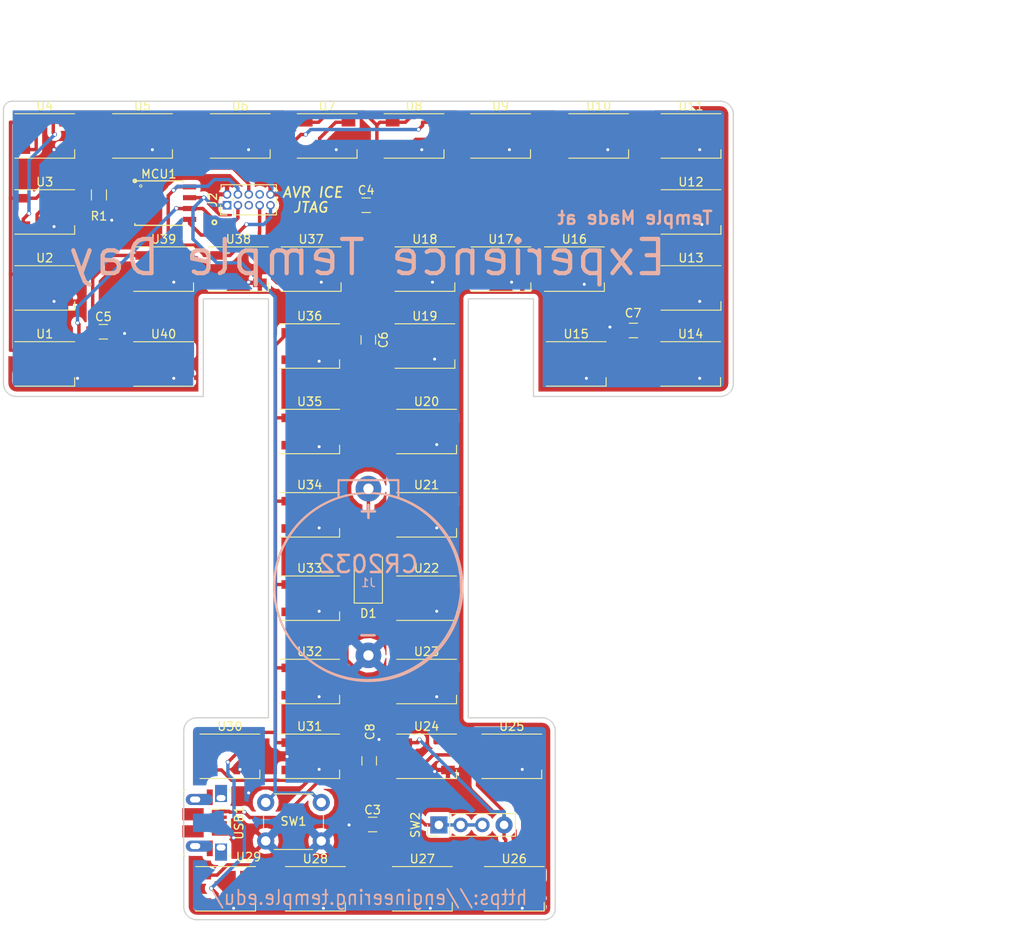
<source format=kicad_pcb>
(kicad_pcb (version 20171130) (host pcbnew "(5.0.0)")
  (layers (0 F.Cu signal) (31 B.Cu signal) (34 B.Paste user) (35 F.Paste user) (36 B.SilkS user) (37 F.SilkS user) (38 B.Mask user) (39 F.Mask user) (44 Edge.Cuts user))
  (net 0 "")
  (net 1 GND)
  (net 2 +5V)
  (net 3 "Net-(U1-Pad2)")
  (net 4 DIN)
  (net 5 "Net-(U2-Pad2)")
  (net 6 "Net-(U3-Pad2)")
  (net 7 "Net-(U4-Pad2)")
  (net 8 "Net-(U5-Pad2)")
  (net 9 "Net-(U6-Pad2)")
  (net 10 "Net-(U7-Pad2)")
  (net 11 "Net-(U8-Pad2)")
  (net 12 "Net-(U10-Pad4)")
  (net 13 "Net-(U10-Pad2)")
  (net 14 "Net-(U11-Pad2)")
  (net 15 "Net-(U12-Pad2)")
  (net 16 "Net-(U13-Pad2)")
  (net 17 "Net-(U14-Pad2)")
  (net 18 "Net-(U15-Pad2)")
  (net 19 "Net-(U16-Pad2)")
  (net 20 "Net-(U17-Pad2)")
  (net 21 "Net-(U18-Pad2)")
  (net 22 "Net-(U19-Pad2)")
  (net 23 "Net-(U20-Pad2)")
  (net 24 "Net-(U21-Pad2)")
  (net 25 "Net-(U22-Pad2)")
  (net 26 "Net-(U23-Pad2)")
  (net 27 "Net-(U24-Pad2)")
  (net 28 "Net-(U25-Pad2)")
  (net 29 "Net-(U26-Pad2)")
  (net 30 "Net-(U27-Pad2)")
  (net 31 "Net-(U28-Pad2)")
  (net 32 "Net-(U29-Pad2)")
  (net 33 "Net-(U30-Pad2)")
  (net 34 "Net-(U31-Pad2)")
  (net 35 "Net-(U32-Pad2)")
  (net 36 "Net-(U33-Pad2)")
  (net 37 "Net-(U34-Pad2)")
  (net 38 "Net-(U35-Pad2)")
  (net 39 "Net-(U36-Pad2)")
  (net 40 "Net-(U37-Pad2)")
  (net 41 "Net-(U38-Pad2)")
  (net 42 BTN)
  (net 43 "Net-(U39-Pad2)")
  (net 44 PB0)
  (net 45 RST)
  (net 46 VIN_Switch)
  (net 47 "Net-(D1-Pad2)")
  (module "TEST:CR2032 Housing" (layer B.Cu) (at 127.512 113.412)
    (fp_text reference J1 (at 0 -0.5) (layer B.SilkS) (effects (justify mirror)))
    (fp_text value Bat)
    (fp_text user CR2032 (at 0 -2.667) (layer B.SilkS) (effects (font (size 2 2) (thickness 0.3)) (justify mirror)))
    (fp_text user - (at -0.0468 5.5) (layer B.SilkS) (effects (font (size 2 2) (thickness 0.3)) (justify mirror)))
    (fp_text user + (at 0 -9) (layer B.SilkS) (effects (font (size 2 2) (thickness 0.3)) (justify mirror)))
    (pad 1 thru_hole circle (at 0 8) (size 3 3) (drill 1.2) (layers *.Cu *.Mask) (net 1 GND))
    (pad 2 thru_hole circle (at 0 -11.5) (size 3 3) (drill 1.2) (layers *.Cu *.Mask) (net 47 "Net-(D1-Pad2)"))
  )
  (module LEDs:LED_WS2812B-PLCC4 (layer F.Cu) (at 89.662 87.3125)
    (fp_text reference U1 (at 0 -3.5) (layer F.SilkS))
    (fp_text value WS2812B)
    (pad 1 smd rect (at -2.5 -1.6) (size 1.6 1) (layers F.Cu F.Paste F.Mask) (net 2 +5V))
    (pad 2 smd rect (at -2.5 1.6) (size 1.6 1) (layers F.Cu F.Paste F.Mask) (net 3 "Net-(U1-Pad2)"))
    (pad 4 smd rect (at 2.5 -1.6) (size 1.6 1) (layers F.Cu F.Paste F.Mask) (net 4 DIN))
    (pad 3 smd rect (at 2.5 1.6) (size 1.6 1) (layers F.Cu F.Paste F.Mask) (net 1 GND))
  )
  (module LEDs:LED_WS2812B-PLCC4 (layer F.Cu) (at 89.662 78.4225)
    (fp_text reference U2 (at 0 -3.5) (layer F.SilkS))
    (fp_text value WS2812B)
    (pad 3 smd rect (at 2.5 1.6) (size 1.6 1) (layers F.Cu F.Paste F.Mask) (net 1 GND))
    (pad 4 smd rect (at 2.5 -1.6) (size 1.6 1) (layers F.Cu F.Paste F.Mask) (net 3 "Net-(U1-Pad2)"))
    (pad 2 smd rect (at -2.5 1.6) (size 1.6 1) (layers F.Cu F.Paste F.Mask) (net 5 "Net-(U2-Pad2)"))
    (pad 1 smd rect (at -2.5 -1.6) (size 1.6 1) (layers F.Cu F.Paste F.Mask) (net 2 +5V))
  )
  (module LEDs:LED_WS2812B-PLCC4 (layer F.Cu) (at 89.662 69.5325)
    (fp_text reference U3 (at 0 -3.5) (layer F.SilkS))
    (fp_text value WS2812B)
    (pad 1 smd rect (at -2.5 -1.6) (size 1.6 1) (layers F.Cu F.Paste F.Mask) (net 2 +5V))
    (pad 2 smd rect (at -2.5 1.6) (size 1.6 1) (layers F.Cu F.Paste F.Mask) (net 6 "Net-(U3-Pad2)"))
    (pad 4 smd rect (at 2.5 -1.6) (size 1.6 1) (layers F.Cu F.Paste F.Mask) (net 5 "Net-(U2-Pad2)"))
    (pad 3 smd rect (at 2.5 1.6) (size 1.6 1) (layers F.Cu F.Paste F.Mask) (net 1 GND))
  )
  (module LEDs:LED_WS2812B-PLCC4 (layer F.Cu) (at 89.662 60.6425)
    (fp_text reference U4 (at 0 -3.5) (layer F.SilkS))
    (fp_text value WS2812B)
    (pad 3 smd rect (at 2.5 1.6) (size 1.6 1) (layers F.Cu F.Paste F.Mask) (net 1 GND))
    (pad 4 smd rect (at 2.5 -1.6) (size 1.6 1) (layers F.Cu F.Paste F.Mask) (net 6 "Net-(U3-Pad2)"))
    (pad 2 smd rect (at -2.5 1.6) (size 1.6 1) (layers F.Cu F.Paste F.Mask) (net 7 "Net-(U4-Pad2)"))
    (pad 1 smd rect (at -2.5 -1.6) (size 1.6 1) (layers F.Cu F.Paste F.Mask) (net 2 +5V))
  )
  (module LEDs:LED_WS2812B-PLCC4 (layer F.Cu) (at 101.092 60.6425)
    (fp_text reference U5 (at 0 -3.5) (layer F.SilkS))
    (fp_text value WS2812B)
    (pad 1 smd rect (at -2.5 -1.6) (size 1.6 1) (layers F.Cu F.Paste F.Mask) (net 2 +5V))
    (pad 2 smd rect (at -2.5 1.6) (size 1.6 1) (layers F.Cu F.Paste F.Mask) (net 8 "Net-(U5-Pad2)"))
    (pad 4 smd rect (at 2.5 -1.6) (size 1.6 1) (layers F.Cu F.Paste F.Mask) (net 7 "Net-(U4-Pad2)"))
    (pad 3 smd rect (at 2.5 1.6) (size 1.6 1) (layers F.Cu F.Paste F.Mask) (net 1 GND))
  )
  (module LEDs:LED_WS2812B-PLCC4 (layer F.Cu) (at 112.522 60.6425)
    (fp_text reference U6 (at 0 -3.5) (layer F.SilkS))
    (fp_text value WS2812B)
    (pad 3 smd rect (at 2.5 1.6) (size 1.6 1) (layers F.Cu F.Paste F.Mask) (net 1 GND))
    (pad 4 smd rect (at 2.5 -1.6) (size 1.6 1) (layers F.Cu F.Paste F.Mask) (net 8 "Net-(U5-Pad2)"))
    (pad 2 smd rect (at -2.5 1.6) (size 1.6 1) (layers F.Cu F.Paste F.Mask) (net 9 "Net-(U6-Pad2)"))
    (pad 1 smd rect (at -2.5 -1.6) (size 1.6 1) (layers F.Cu F.Paste F.Mask) (net 2 +5V))
  )
  (module LEDs:LED_WS2812B-PLCC4 (layer F.Cu) (at 122.682 60.6425)
    (fp_text reference U7 (at 0 -3.5) (layer F.SilkS))
    (fp_text value WS2812B)
    (pad 1 smd rect (at -2.5 -1.6) (size 1.6 1) (layers F.Cu F.Paste F.Mask) (net 2 +5V))
    (pad 2 smd rect (at -2.5 1.6) (size 1.6 1) (layers F.Cu F.Paste F.Mask) (net 10 "Net-(U7-Pad2)"))
    (pad 4 smd rect (at 2.5 -1.6) (size 1.6 1) (layers F.Cu F.Paste F.Mask) (net 9 "Net-(U6-Pad2)"))
    (pad 3 smd rect (at 2.5 1.6) (size 1.6 1) (layers F.Cu F.Paste F.Mask) (net 1 GND))
  )
  (module LEDs:LED_WS2812B-PLCC4 (layer F.Cu) (at 132.842 60.6425)
    (fp_text reference U8 (at 0 -3.5) (layer F.SilkS))
    (fp_text value WS2812B)
    (pad 3 smd rect (at 2.5 1.6) (size 1.6 1) (layers F.Cu F.Paste F.Mask) (net 1 GND))
    (pad 4 smd rect (at 2.5 -1.6) (size 1.6 1) (layers F.Cu F.Paste F.Mask) (net 10 "Net-(U7-Pad2)"))
    (pad 2 smd rect (at -2.5 1.6) (size 1.6 1) (layers F.Cu F.Paste F.Mask) (net 11 "Net-(U8-Pad2)"))
    (pad 1 smd rect (at -2.5 -1.6) (size 1.6 1) (layers F.Cu F.Paste F.Mask) (net 2 +5V))
  )
  (module LEDs:LED_WS2812B-PLCC4 (layer F.Cu) (at 142.962 60.6425)
    (fp_text reference U9 (at 0 -3.5) (layer F.SilkS))
    (fp_text value WS2812B)
    (pad 1 smd rect (at -2.5 -1.6) (size 1.6 1) (layers F.Cu F.Paste F.Mask) (net 2 +5V))
    (pad 2 smd rect (at -2.5 1.6) (size 1.6 1) (layers F.Cu F.Paste F.Mask) (net 12 "Net-(U10-Pad4)"))
    (pad 4 smd rect (at 2.5 -1.6) (size 1.6 1) (layers F.Cu F.Paste F.Mask) (net 11 "Net-(U8-Pad2)"))
    (pad 3 smd rect (at 2.5 1.6) (size 1.6 1) (layers F.Cu F.Paste F.Mask) (net 1 GND))
  )
  (module LEDs:LED_WS2812B-PLCC4 (layer F.Cu) (at 154.432 60.6425)
    (fp_text reference U10 (at 0 -3.5) (layer F.SilkS))
    (fp_text value WS2812B)
    (pad 3 smd rect (at 2.5 1.6) (size 1.6 1) (layers F.Cu F.Paste F.Mask) (net 1 GND))
    (pad 4 smd rect (at 2.5 -1.6) (size 1.6 1) (layers F.Cu F.Paste F.Mask) (net 12 "Net-(U10-Pad4)"))
    (pad 2 smd rect (at -2.5 1.6) (size 1.6 1) (layers F.Cu F.Paste F.Mask) (net 13 "Net-(U10-Pad2)"))
    (pad 1 smd rect (at -2.5 -1.6) (size 1.6 1) (layers F.Cu F.Paste F.Mask) (net 2 +5V))
  )
  (module LEDs:LED_WS2812B-PLCC4 (layer F.Cu) (at 165.227 60.6425)
    (fp_text reference U11 (at 0 -3.5) (layer F.SilkS))
    (fp_text value WS2812B)
    (pad 1 smd rect (at -2.5 -1.6) (size 1.6 1) (layers F.Cu F.Paste F.Mask) (net 2 +5V))
    (pad 2 smd rect (at -2.5 1.6) (size 1.6 1) (layers F.Cu F.Paste F.Mask) (net 14 "Net-(U11-Pad2)"))
    (pad 4 smd rect (at 2.5 -1.6) (size 1.6 1) (layers F.Cu F.Paste F.Mask) (net 13 "Net-(U10-Pad2)"))
    (pad 3 smd rect (at 2.5 1.6) (size 1.6 1) (layers F.Cu F.Paste F.Mask) (net 1 GND))
  )
  (module LEDs:LED_WS2812B-PLCC4 (layer F.Cu) (at 165.227 69.5325)
    (fp_text reference U12 (at 0 -3.5) (layer F.SilkS))
    (fp_text value WS2812B)
    (pad 3 smd rect (at 2.5 1.6) (size 1.6 1) (layers F.Cu F.Paste F.Mask) (net 1 GND))
    (pad 4 smd rect (at 2.5 -1.6) (size 1.6 1) (layers F.Cu F.Paste F.Mask) (net 14 "Net-(U11-Pad2)"))
    (pad 2 smd rect (at -2.5 1.6) (size 1.6 1) (layers F.Cu F.Paste F.Mask) (net 15 "Net-(U12-Pad2)"))
    (pad 1 smd rect (at -2.5 -1.6) (size 1.6 1) (layers F.Cu F.Paste F.Mask) (net 2 +5V))
  )
  (module LEDs:LED_WS2812B-PLCC4 (layer F.Cu) (at 165.227 78.4225)
    (fp_text reference U13 (at 0 -3.5) (layer F.SilkS))
    (fp_text value WS2812B)
    (pad 1 smd rect (at -2.5 -1.6) (size 1.6 1) (layers F.Cu F.Paste F.Mask) (net 2 +5V))
    (pad 2 smd rect (at -2.5 1.6) (size 1.6 1) (layers F.Cu F.Paste F.Mask) (net 16 "Net-(U13-Pad2)"))
    (pad 4 smd rect (at 2.5 -1.6) (size 1.6 1) (layers F.Cu F.Paste F.Mask) (net 15 "Net-(U12-Pad2)"))
    (pad 3 smd rect (at 2.5 1.6) (size 1.6 1) (layers F.Cu F.Paste F.Mask) (net 1 GND))
  )
  (module LEDs:LED_WS2812B-PLCC4 (layer F.Cu) (at 151.801 87.3125)
    (fp_text reference U15 (at 0 -3.5) (layer F.SilkS))
    (fp_text value WS2812B)
    (pad 3 smd rect (at 2.5 1.6) (size 1.6 1) (layers F.Cu F.Paste F.Mask) (net 1 GND))
    (pad 4 smd rect (at 2.5 -1.6) (size 1.6 1) (layers F.Cu F.Paste F.Mask) (net 17 "Net-(U14-Pad2)"))
    (pad 2 smd rect (at -2.5 1.6) (size 1.6 1) (layers F.Cu F.Paste F.Mask) (net 18 "Net-(U15-Pad2)"))
    (pad 1 smd rect (at -2.5 -1.6) (size 1.6 1) (layers F.Cu F.Paste F.Mask) (net 2 +5V))
  )
  (module LEDs:LED_WS2812B-PLCC4 (layer F.Cu) (at 151.598 76.2225)
    (fp_text reference U16 (at 0 -3.5) (layer F.SilkS))
    (fp_text value WS2812B)
    (pad 1 smd rect (at -2.5 -1.6) (size 1.6 1) (layers F.Cu F.Paste F.Mask) (net 2 +5V))
    (pad 2 smd rect (at -2.5 1.6) (size 1.6 1) (layers F.Cu F.Paste F.Mask) (net 19 "Net-(U16-Pad2)"))
    (pad 4 smd rect (at 2.5 -1.6) (size 1.6 1) (layers F.Cu F.Paste F.Mask) (net 18 "Net-(U15-Pad2)"))
    (pad 3 smd rect (at 2.5 1.6) (size 1.6 1) (layers F.Cu F.Paste F.Mask) (net 1 GND))
  )
  (module LEDs:LED_WS2812B-PLCC4 (layer F.Cu) (at 143.002 76.2225)
    (fp_text reference U17 (at 0 -3.5) (layer F.SilkS))
    (fp_text value WS2812B)
    (pad 3 smd rect (at 2.5 1.6) (size 1.6 1) (layers F.Cu F.Paste F.Mask) (net 1 GND))
    (pad 4 smd rect (at 2.5 -1.6) (size 1.6 1) (layers F.Cu F.Paste F.Mask) (net 19 "Net-(U16-Pad2)"))
    (pad 2 smd rect (at -2.5 1.6) (size 1.6 1) (layers F.Cu F.Paste F.Mask) (net 20 "Net-(U17-Pad2)"))
    (pad 1 smd rect (at -2.5 -1.6) (size 1.6 1) (layers F.Cu F.Paste F.Mask) (net 2 +5V))
  )
  (module LEDs:LED_WS2812B-PLCC4 (layer F.Cu) (at 134.112 76.2225)
    (fp_text reference U18 (at 0 -3.5) (layer F.SilkS))
    (fp_text value WS2812B)
    (pad 1 smd rect (at -2.5 -1.6) (size 1.6 1) (layers F.Cu F.Paste F.Mask) (net 2 +5V))
    (pad 2 smd rect (at -2.5 1.6) (size 1.6 1) (layers F.Cu F.Paste F.Mask) (net 21 "Net-(U18-Pad2)"))
    (pad 4 smd rect (at 2.5 -1.6) (size 1.6 1) (layers F.Cu F.Paste F.Mask) (net 20 "Net-(U17-Pad2)"))
    (pad 3 smd rect (at 2.5 1.6) (size 1.6 1) (layers F.Cu F.Paste F.Mask) (net 1 GND))
  )
  (module LEDs:LED_WS2812B-PLCC4 (layer F.Cu) (at 134.112 85.2225)
    (fp_text reference U19 (at 0 -3.5) (layer F.SilkS))
    (fp_text value WS2812B)
    (pad 3 smd rect (at 2.5 1.6) (size 1.6 1) (layers F.Cu F.Paste F.Mask) (net 1 GND))
    (pad 4 smd rect (at 2.5 -1.6) (size 1.6 1) (layers F.Cu F.Paste F.Mask) (net 21 "Net-(U18-Pad2)"))
    (pad 2 smd rect (at -2.5 1.6) (size 1.6 1) (layers F.Cu F.Paste F.Mask) (net 22 "Net-(U19-Pad2)"))
    (pad 1 smd rect (at -2.5 -1.6) (size 1.6 1) (layers F.Cu F.Paste F.Mask) (net 2 +5V))
  )
  (module LEDs:LED_WS2812B-PLCC4 (layer F.Cu) (at 134.312 95.2225)
    (fp_text reference U20 (at 0 -3.5) (layer F.SilkS))
    (fp_text value WS2812B)
    (pad 1 smd rect (at -2.5 -1.6) (size 1.6 1) (layers F.Cu F.Paste F.Mask) (net 2 +5V))
    (pad 2 smd rect (at -2.5 1.6) (size 1.6 1) (layers F.Cu F.Paste F.Mask) (net 23 "Net-(U20-Pad2)"))
    (pad 4 smd rect (at 2.5 -1.6) (size 1.6 1) (layers F.Cu F.Paste F.Mask) (net 22 "Net-(U19-Pad2)"))
    (pad 3 smd rect (at 2.5 1.6) (size 1.6 1) (layers F.Cu F.Paste F.Mask) (net 1 GND))
  )
  (module LEDs:LED_WS2812B-PLCC4 (layer F.Cu) (at 134.312 104.972)
    (fp_text reference U21 (at 0 -3.5) (layer F.SilkS))
    (fp_text value WS2812B)
    (pad 1 smd rect (at -2.5 -1.6) (size 1.6 1) (layers F.Cu F.Paste F.Mask) (net 2 +5V))
    (pad 2 smd rect (at -2.5 1.6) (size 1.6 1) (layers F.Cu F.Paste F.Mask) (net 24 "Net-(U21-Pad2)"))
    (pad 4 smd rect (at 2.5 -1.6) (size 1.6 1) (layers F.Cu F.Paste F.Mask) (net 23 "Net-(U20-Pad2)"))
    (pad 3 smd rect (at 2.5 1.6) (size 1.6 1) (layers F.Cu F.Paste F.Mask) (net 1 GND))
  )
  (module LEDs:LED_WS2812B-PLCC4 (layer F.Cu) (at 134.312 114.722)
    (fp_text reference U22 (at 0 -3.5) (layer F.SilkS))
    (fp_text value WS2812B)
    (pad 3 smd rect (at 2.5 1.6) (size 1.6 1) (layers F.Cu F.Paste F.Mask) (net 1 GND))
    (pad 4 smd rect (at 2.5 -1.6) (size 1.6 1) (layers F.Cu F.Paste F.Mask) (net 24 "Net-(U21-Pad2)"))
    (pad 2 smd rect (at -2.5 1.6) (size 1.6 1) (layers F.Cu F.Paste F.Mask) (net 25 "Net-(U22-Pad2)"))
    (pad 1 smd rect (at -2.5 -1.6) (size 1.6 1) (layers F.Cu F.Paste F.Mask) (net 2 +5V))
  )
  (module LEDs:LED_WS2812B-PLCC4 (layer F.Cu) (at 134.312 124.472)
    (fp_text reference U23 (at 0 -3.5) (layer F.SilkS))
    (fp_text value WS2812B)
    (pad 1 smd rect (at -2.5 -1.6) (size 1.6 1) (layers F.Cu F.Paste F.Mask) (net 2 +5V))
    (pad 2 smd rect (at -2.5 1.6) (size 1.6 1) (layers F.Cu F.Paste F.Mask) (net 26 "Net-(U23-Pad2)"))
    (pad 4 smd rect (at 2.5 -1.6) (size 1.6 1) (layers F.Cu F.Paste F.Mask) (net 25 "Net-(U22-Pad2)"))
    (pad 3 smd rect (at 2.5 1.6) (size 1.6 1) (layers F.Cu F.Paste F.Mask) (net 1 GND))
  )
  (module LEDs:LED_WS2812B-PLCC4 (layer F.Cu) (at 134.312 133.222)
    (fp_text reference U24 (at 0 -3.5) (layer F.SilkS))
    (fp_text value WS2812B)
    (pad 3 smd rect (at 2.5 1.6) (size 1.6 1) (layers F.Cu F.Paste F.Mask) (net 1 GND))
    (pad 4 smd rect (at 2.5 -1.6) (size 1.6 1) (layers F.Cu F.Paste F.Mask) (net 26 "Net-(U23-Pad2)"))
    (pad 2 smd rect (at -2.5 1.6) (size 1.6 1) (layers F.Cu F.Paste F.Mask) (net 27 "Net-(U24-Pad2)"))
    (pad 1 smd rect (at -2.5 -1.6) (size 1.6 1) (layers F.Cu F.Paste F.Mask) (net 2 +5V))
  )
  (module LEDs:LED_WS2812B-PLCC4 (layer F.Cu) (at 144.272 133.222)
    (fp_text reference U25 (at 0 -3.5) (layer F.SilkS))
    (fp_text value WS2812B)
    (pad 1 smd rect (at -2.5 -1.6) (size 1.6 1) (layers F.Cu F.Paste F.Mask) (net 2 +5V))
    (pad 2 smd rect (at -2.5 1.6) (size 1.6 1) (layers F.Cu F.Paste F.Mask) (net 28 "Net-(U25-Pad2)"))
    (pad 4 smd rect (at 2.5 -1.6) (size 1.6 1) (layers F.Cu F.Paste F.Mask) (net 27 "Net-(U24-Pad2)"))
    (pad 3 smd rect (at 2.5 1.6) (size 1.6 1) (layers F.Cu F.Paste F.Mask) (net 1 GND))
  )
  (module LEDs:LED_WS2812B-PLCC4 (layer F.Cu) (at 144.562 148.722)
    (fp_text reference U26 (at 0 -3.5) (layer F.SilkS))
    (fp_text value WS2812B)
    (pad 3 smd rect (at 2.5 1.6) (size 1.6 1) (layers F.Cu F.Paste F.Mask) (net 1 GND))
    (pad 4 smd rect (at 2.5 -1.6) (size 1.6 1) (layers F.Cu F.Paste F.Mask) (net 28 "Net-(U25-Pad2)"))
    (pad 2 smd rect (at -2.5 1.6) (size 1.6 1) (layers F.Cu F.Paste F.Mask) (net 29 "Net-(U26-Pad2)"))
    (pad 1 smd rect (at -2.5 -1.6) (size 1.6 1) (layers F.Cu F.Paste F.Mask) (net 2 +5V))
  )
  (module LEDs:LED_WS2812B-PLCC4 (layer F.Cu) (at 133.812 148.722)
    (fp_text reference U27 (at 0 -3.5) (layer F.SilkS))
    (fp_text value WS2812B)
    (pad 1 smd rect (at -2.5 -1.6) (size 1.6 1) (layers F.Cu F.Paste F.Mask) (net 2 +5V))
    (pad 2 smd rect (at -2.5 1.6) (size 1.6 1) (layers F.Cu F.Paste F.Mask) (net 30 "Net-(U27-Pad2)"))
    (pad 4 smd rect (at 2.5 -1.6) (size 1.6 1) (layers F.Cu F.Paste F.Mask) (net 29 "Net-(U26-Pad2)"))
    (pad 3 smd rect (at 2.5 1.6) (size 1.6 1) (layers F.Cu F.Paste F.Mask) (net 1 GND))
  )
  (module LEDs:LED_WS2812B-PLCC4 (layer F.Cu) (at 121.312 148.722)
    (fp_text reference U28 (at 0 -3.5) (layer F.SilkS))
    (fp_text value WS2812B)
    (pad 3 smd rect (at 2.5 1.6) (size 1.6 1) (layers F.Cu F.Paste F.Mask) (net 1 GND))
    (pad 4 smd rect (at 2.5 -1.6) (size 1.6 1) (layers F.Cu F.Paste F.Mask) (net 30 "Net-(U27-Pad2)"))
    (pad 2 smd rect (at -2.5 1.6) (size 1.6 1) (layers F.Cu F.Paste F.Mask) (net 31 "Net-(U28-Pad2)"))
    (pad 1 smd rect (at -2.5 -1.6) (size 1.6 1) (layers F.Cu F.Paste F.Mask) (net 2 +5V))
  )
  (module LEDs:LED_WS2812B-PLCC4 (layer F.Cu) (at 110.812 148.722)
    (fp_text reference U29 (at 2.688 -3.722) (layer F.SilkS))
    (fp_text value WS2812B)
    (pad 1 smd rect (at -2.5 -1.6) (size 1.6 1) (layers F.Cu F.Paste F.Mask) (net 2 +5V))
    (pad 2 smd rect (at -2.5 1.6) (size 1.6 1) (layers F.Cu F.Paste F.Mask) (net 32 "Net-(U29-Pad2)"))
    (pad 4 smd rect (at 2.5 -1.6) (size 1.6 1) (layers F.Cu F.Paste F.Mask) (net 31 "Net-(U28-Pad2)"))
    (pad 3 smd rect (at 2.5 1.6) (size 1.6 1) (layers F.Cu F.Paste F.Mask) (net 1 GND))
  )
  (module LEDs:LED_WS2812B-PLCC4 (layer F.Cu) (at 111.312 133.222)
    (fp_text reference U30 (at 0 -3.5) (layer F.SilkS))
    (fp_text value WS2812B)
    (pad 3 smd rect (at 2.5 1.6) (size 1.6 1) (layers F.Cu F.Paste F.Mask) (net 1 GND))
    (pad 4 smd rect (at 2.5 -1.6) (size 1.6 1) (layers F.Cu F.Paste F.Mask) (net 32 "Net-(U29-Pad2)"))
    (pad 2 smd rect (at -2.5 1.6) (size 1.6 1) (layers F.Cu F.Paste F.Mask) (net 33 "Net-(U30-Pad2)"))
    (pad 1 smd rect (at -2.5 -1.6) (size 1.6 1) (layers F.Cu F.Paste F.Mask) (net 2 +5V))
  )
  (module LEDs:LED_WS2812B-PLCC4 (layer F.Cu) (at 120.642 133.222)
    (fp_text reference U31 (at 0 -3.5) (layer F.SilkS))
    (fp_text value WS2812B)
    (pad 1 smd rect (at -2.5 -1.6) (size 1.6 1) (layers F.Cu F.Paste F.Mask) (net 2 +5V))
    (pad 2 smd rect (at -2.5 1.6) (size 1.6 1) (layers F.Cu F.Paste F.Mask) (net 34 "Net-(U31-Pad2)"))
    (pad 4 smd rect (at 2.5 -1.6) (size 1.6 1) (layers F.Cu F.Paste F.Mask) (net 33 "Net-(U30-Pad2)"))
    (pad 3 smd rect (at 2.5 1.6) (size 1.6 1) (layers F.Cu F.Paste F.Mask) (net 1 GND))
  )
  (module LEDs:LED_WS2812B-PLCC4 (layer F.Cu) (at 120.642 124.472)
    (fp_text reference U32 (at 0 -3.5) (layer F.SilkS))
    (fp_text value WS2812B)
    (pad 3 smd rect (at 2.5 1.6) (size 1.6 1) (layers F.Cu F.Paste F.Mask) (net 1 GND))
    (pad 4 smd rect (at 2.5 -1.6) (size 1.6 1) (layers F.Cu F.Paste F.Mask) (net 34 "Net-(U31-Pad2)"))
    (pad 2 smd rect (at -2.5 1.6) (size 1.6 1) (layers F.Cu F.Paste F.Mask) (net 35 "Net-(U32-Pad2)"))
    (pad 1 smd rect (at -2.5 -1.6) (size 1.6 1) (layers F.Cu F.Paste F.Mask) (net 2 +5V))
  )
  (module LEDs:LED_WS2812B-PLCC4 (layer F.Cu) (at 120.642 114.722)
    (fp_text reference U33 (at 0 -3.5) (layer F.SilkS))
    (fp_text value WS2812B)
    (pad 1 smd rect (at -2.5 -1.6) (size 1.6 1) (layers F.Cu F.Paste F.Mask) (net 2 +5V))
    (pad 2 smd rect (at -2.5 1.6) (size 1.6 1) (layers F.Cu F.Paste F.Mask) (net 36 "Net-(U33-Pad2)"))
    (pad 4 smd rect (at 2.5 -1.6) (size 1.6 1) (layers F.Cu F.Paste F.Mask) (net 35 "Net-(U32-Pad2)"))
    (pad 3 smd rect (at 2.5 1.6) (size 1.6 1) (layers F.Cu F.Paste F.Mask) (net 1 GND))
  )
  (module LEDs:LED_WS2812B-PLCC4 (layer F.Cu) (at 120.642 104.972)
    (fp_text reference U34 (at 0 -3.5) (layer F.SilkS))
    (fp_text value WS2812B)
    (pad 3 smd rect (at 2.5 1.6) (size 1.6 1) (layers F.Cu F.Paste F.Mask) (net 1 GND))
    (pad 4 smd rect (at 2.5 -1.6) (size 1.6 1) (layers F.Cu F.Paste F.Mask) (net 36 "Net-(U33-Pad2)"))
    (pad 2 smd rect (at -2.5 1.6) (size 1.6 1) (layers F.Cu F.Paste F.Mask) (net 37 "Net-(U34-Pad2)"))
    (pad 1 smd rect (at -2.5 -1.6) (size 1.6 1) (layers F.Cu F.Paste F.Mask) (net 2 +5V))
  )
  (module LEDs:LED_WS2812B-PLCC4 (layer F.Cu) (at 120.642 95.2225)
    (fp_text reference U35 (at 0 -3.5) (layer F.SilkS))
    (fp_text value WS2812B)
    (pad 1 smd rect (at -2.5 -1.6) (size 1.6 1) (layers F.Cu F.Paste F.Mask) (net 2 +5V))
    (pad 2 smd rect (at -2.5 1.6) (size 1.6 1) (layers F.Cu F.Paste F.Mask) (net 38 "Net-(U35-Pad2)"))
    (pad 4 smd rect (at 2.5 -1.6) (size 1.6 1) (layers F.Cu F.Paste F.Mask) (net 37 "Net-(U34-Pad2)"))
    (pad 3 smd rect (at 2.5 1.6) (size 1.6 1) (layers F.Cu F.Paste F.Mask) (net 1 GND))
  )
  (module LEDs:LED_WS2812B-PLCC4 (layer F.Cu) (at 120.642 85.2225)
    (fp_text reference U36 (at 0 -3.5) (layer F.SilkS))
    (fp_text value WS2812B)
    (pad 3 smd rect (at 2.5 1.6) (size 1.6 1) (layers F.Cu F.Paste F.Mask) (net 1 GND))
    (pad 4 smd rect (at 2.5 -1.6) (size 1.6 1) (layers F.Cu F.Paste F.Mask) (net 38 "Net-(U35-Pad2)"))
    (pad 2 smd rect (at -2.5 1.6) (size 1.6 1) (layers F.Cu F.Paste F.Mask) (net 39 "Net-(U36-Pad2)"))
    (pad 1 smd rect (at -2.5 -1.6) (size 1.6 1) (layers F.Cu F.Paste F.Mask) (net 2 +5V))
  )
  (module LEDs:LED_WS2812B-PLCC4 (layer F.Cu) (at 120.812 76.2225)
    (fp_text reference U37 (at 0 -3.5) (layer F.SilkS))
    (fp_text value WS2812B)
    (pad 1 smd rect (at -2.5 -1.6) (size 1.6 1) (layers F.Cu F.Paste F.Mask) (net 2 +5V))
    (pad 2 smd rect (at -2.5 1.6) (size 1.6 1) (layers F.Cu F.Paste F.Mask) (net 40 "Net-(U37-Pad2)"))
    (pad 4 smd rect (at 2.5 -1.6) (size 1.6 1) (layers F.Cu F.Paste F.Mask) (net 39 "Net-(U36-Pad2)"))
    (pad 3 smd rect (at 2.5 1.6) (size 1.6 1) (layers F.Cu F.Paste F.Mask) (net 1 GND))
  )
  (module LEDs:LED_WS2812B-PLCC4 (layer F.Cu) (at 112.312 76.2225)
    (fp_text reference U38 (at 0 -3.5) (layer F.SilkS))
    (fp_text value WS2812B)
    (pad 3 smd rect (at 2.5 1.6) (size 1.6 1) (layers F.Cu F.Paste F.Mask) (net 1 GND))
    (pad 4 smd rect (at 2.5 -1.6) (size 1.6 1) (layers F.Cu F.Paste F.Mask) (net 40 "Net-(U37-Pad2)"))
    (pad 2 smd rect (at -2.5 1.6) (size 1.6 1) (layers F.Cu F.Paste F.Mask) (net 41 "Net-(U38-Pad2)"))
    (pad 1 smd rect (at -2.5 -1.6) (size 1.6 1) (layers F.Cu F.Paste F.Mask) (net 2 +5V))
  )
  (module LEDs:LED_WS2812B-PLCC4 (layer F.Cu) (at 103.562 76.2225)
    (fp_text reference U39 (at 0 -3.5) (layer F.SilkS))
    (fp_text value WS2812B)
    (pad 1 smd rect (at -2.5 -1.6) (size 1.6 1) (layers F.Cu F.Paste F.Mask) (net 2 +5V))
    (pad 2 smd rect (at -2.5 1.6) (size 1.6 1) (layers F.Cu F.Paste F.Mask) (net 43 "Net-(U39-Pad2)"))
    (pad 4 smd rect (at 2.5 -1.6) (size 1.6 1) (layers F.Cu F.Paste F.Mask) (net 41 "Net-(U38-Pad2)"))
    (pad 3 smd rect (at 2.5 1.6) (size 1.6 1) (layers F.Cu F.Paste F.Mask) (net 1 GND))
  )
  (module LEDs:LED_WS2812B-PLCC4 (layer F.Cu) (at 165.187 87.3125)
    (fp_text reference U14 (at 0 -3.5) (layer F.SilkS))
    (fp_text value WS2812B)
    (pad 1 smd rect (at -2.5 -1.6) (size 1.6 1) (layers F.Cu F.Paste F.Mask) (net 2 +5V))
    (pad 2 smd rect (at -2.5 1.6) (size 1.6 1) (layers F.Cu F.Paste F.Mask) (net 17 "Net-(U14-Pad2)"))
    (pad 4 smd rect (at 2.5 -1.6) (size 1.6 1) (layers F.Cu F.Paste F.Mask) (net 16 "Net-(U13-Pad2)"))
    (pad 3 smd rect (at 2.5 1.6) (size 1.6 1) (layers F.Cu F.Paste F.Mask) (net 1 GND))
  )
  (module Capacitors_SMD:C_0805_HandSoldering (layer F.Cu) (at 128 141.2 180)
    (fp_text reference C3 (at 0 1.7 180) (layer F.SilkS))
    (fp_text value 0.1uF)
    (pad 2 smd rect (at 1.25 0 180) (size 1.5 1.25) (layers F.Cu F.Paste F.Mask) (net 1 GND))
    (pad 1 smd rect (at -1.25 0 180) (size 1.5 1.25) (layers F.Cu F.Paste F.Mask) (net 2 +5V))
  )
  (module Capacitors_SMD:C_0805_HandSoldering (layer F.Cu) (at 127.25 68.75 180)
    (fp_text reference C4 (at 0 1.75 180) (layer F.SilkS))
    (fp_text value 0.1uF)
    (pad 1 smd rect (at -1.25 0 180) (size 1.5 1.25) (layers F.Cu F.Paste F.Mask) (net 2 +5V))
    (pad 2 smd rect (at 1.25 0 180) (size 1.5 1.25) (layers F.Cu F.Paste F.Mask) (net 1 GND))
  )
  (module Capacitors_SMD:C_0805_HandSoldering (layer F.Cu) (at 96.52 83.5533)
    (fp_text reference C5 (at 0 -1.75) (layer F.SilkS))
    (fp_text value 0.1uF)
    (pad 2 smd rect (at 1.25 0) (size 1.5 1.25) (layers F.Cu F.Paste F.Mask) (net 1 GND))
    (pad 1 smd rect (at -1.25 0) (size 1.5 1.25) (layers F.Cu F.Paste F.Mask) (net 2 +5V))
  )
  (module Capacitors_SMD:C_0805_HandSoldering (layer F.Cu) (at 127.5 84.5 270)
    (fp_text reference C6 (at 0 -1.75 270) (layer F.SilkS))
    (fp_text value 0.1uF)
    (pad 1 smd rect (at -1.25 0 270) (size 1.5 1.25) (layers F.Cu F.Paste F.Mask) (net 2 +5V))
    (pad 2 smd rect (at 1.25 0 270) (size 1.5 1.25) (layers F.Cu F.Paste F.Mask) (net 1 GND))
  )
  (module Capacitors_SMD:C_0805_HandSoldering (layer F.Cu) (at 158.496 83.4009 180)
    (fp_text reference C7 (at 0.0308 2.032 180) (layer F.SilkS))
    (fp_text value 0.1uF)
    (pad 2 smd rect (at 1.25 0 180) (size 1.5 1.25) (layers F.Cu F.Paste F.Mask) (net 1 GND))
    (pad 1 smd rect (at -1.25 0 180) (size 1.5 1.25) (layers F.Cu F.Paste F.Mask) (net 2 +5V))
  )
  (module Capacitors_SMD:C_0805_HandSoldering (layer F.Cu) (at 127.6 133.75 90)
    (fp_text reference C8 (at 3.4036 0.1016 90) (layer F.SilkS))
    (fp_text value 0.1uF)
    (pad 1 smd rect (at -1.25 0 90) (size 1.5 1.25) (layers F.Cu F.Paste F.Mask) (net 46 VIN_Switch))
    (pad 2 smd rect (at 1.25 0 90) (size 1.5 1.25) (layers F.Cu F.Paste F.Mask) (net 1 GND))
  )
  (module LEDs:LED_WS2812B-PLCC4 (layer F.Cu) (at 103.562 87.3225)
    (fp_text reference U40 (at 0 -3.5) (layer F.SilkS))
    (fp_text value WS2812B)
    (pad 1 smd rect (at -2.5 -1.6) (size 1.6 1) (layers F.Cu F.Paste F.Mask) (net 2 +5V))
    (pad 2 smd rect (at -2.5 1.6) (size 1.6 1) (layers F.Cu F.Paste F.Mask))
    (pad 4 smd rect (at 2.5 -1.6) (size 1.6 1) (layers F.Cu F.Paste F.Mask) (net 43 "Net-(U39-Pad2)"))
    (pad 3 smd rect (at 2.5 1.6) (size 1.6 1) (layers F.Cu F.Paste F.Mask) (net 1 GND))
  )
  (module Buttons_Switches_THT:SW_PUSH_6mm (layer F.Cu) (at 115.5 138.622)
    (fp_text reference SW1 (at 3.25 2.2 180) (layer F.SilkS))
    (fp_text value SW_Push)
    (pad 1 thru_hole circle (at 6.5 0 90) (size 2 2) (drill 1.1) (layers *.Cu *.Mask) (net 42 BTN))
    (pad 2 thru_hole circle (at 6.5 4.5 90) (size 2 2) (drill 1.1) (layers *.Cu *.Mask) (net 1 GND))
    (pad 1 thru_hole circle (at 0 0 90) (size 2 2) (drill 1.1) (layers *.Cu *.Mask) (net 42 BTN))
    (pad 2 thru_hole circle (at 0 4.5 90) (size 2 2) (drill 1.1) (layers *.Cu *.Mask) (net 1 GND))
  )
  (module Resistors_SMD:R_0805 (layer F.Cu) (at 96 67.55 90)
    (fp_text reference R1 (at -2.474 0) (layer F.SilkS))
    (fp_text value 10k)
    (pad 2 smd rect (at 0.95 0 90) (size 0.7 1.3) (layers F.Cu F.Paste F.Mask) (net 45 RST))
    (pad 1 smd rect (at -0.95 0 90) (size 0.7 1.3) (layers F.Cu F.Paste F.Mask) (net 2 +5V))
  )
  (module TEST:Temple_new_Soldermask (layer B.Cu) (at 127.6604 89.4969 180)
    (fp_text reference G*** hide)
    (fp_text value LOGO hide)
  )
  (module TEST:ATtiny85_SMD (layer F.Cu) (at 103 68.5)
    (fp_text reference MCU1 (at 0 -3.4) (layer F.SilkS))
    (fp_text value ATtiny85-20SU)
    (pad 1 smd rect (at -3.4 -1.905) (size 1.55 0.6) (layers F.Cu F.Paste F.Mask) (net 45 RST))
    (pad 2 smd rect (at -3.4 -0.635) (size 1.55 0.6) (layers F.Cu F.Paste F.Mask))
    (pad 3 smd rect (at -3.4 0.635) (size 1.55 0.6) (layers F.Cu F.Paste F.Mask))
    (pad 4 smd rect (at -3.4 1.905) (size 1.55 0.6) (layers F.Cu F.Paste F.Mask) (net 1 GND))
    (pad 5 smd rect (at 3.6 1.905) (size 1.55 0.6) (layers F.Cu F.Paste F.Mask) (net 44 PB0))
    (pad 6 smd rect (at 3.6 0.635) (size 1.55 0.6) (layers F.Cu F.Paste F.Mask) (net 4 DIN))
    (pad 7 smd rect (at 3.6 -0.635) (size 1.55 0.6) (layers F.Cu F.Paste F.Mask) (net 42 BTN))
    (pad 8 smd rect (at 3.6 -1.9) (size 1.55 0.6) (layers F.Cu F.Paste F.Mask) (net 2 +5V))
  )
  (module Diodes_SMD:D_SMA (layer F.Cu) (at 127.5 111.9 90)
    (fp_text reference D1 (at -4.6 0 180) (layer F.SilkS))
    (fp_text value D_Schottky)
    (pad 2 smd rect (at 2 0 90) (size 2.5 1.8) (layers F.Cu F.Paste F.Mask) (net 47 "Net-(D1-Pad2)"))
    (pad 1 smd rect (at -2 0 90) (size 2.5 1.8) (layers F.Cu F.Paste F.Mask) (net 46 VIN_Switch))
  )
  (module Pin_Headers:Pin_Header_Straight_1x04_Pitch2.54mm (layer F.Cu) (at 135.75 141.25 90)
    (fp_text reference SW2 (at 0 -2.75 90) (layer F.SilkS))
    (fp_text value DipSwitch)
    (pad 4 thru_hole circle (at 0 7.62 90) (size 2 2) (drill 1) (layers *.Cu *.Mask) (net 2 +5V))
    (pad 3 thru_hole oval (at 0 5.08 90) (size 1.7 1.7) (drill 1) (layers *.Cu *.Mask) (net 46 VIN_Switch))
    (pad 2 thru_hole oval (at 0 2.54 90) (size 1.7 1.7) (drill 1) (layers *.Cu *.Mask) (net 46 VIN_Switch))
    (pad 1 thru_hole rect (at 0 0 90) (size 2 2) (drill 1) (layers *.Cu *.Mask) (net 46 VIN_Switch))
  )
  (module Pin_Headers:Pin_Header_Straight_2x05_Pitch1.27mm (layer F.Cu) (at 110.98 68.75 90)
    (fp_text reference J2 (at 0.635 -1.695 90) (layer F.SilkS))
    (fp_text value AVR-JTAG-10)
    (pad 10 thru_hole oval (at 1.27 5.08 90) (size 1 1) (drill 0.65) (layers *.Cu *.Mask) (net 1 GND))
    (pad 9 thru_hole oval (at 0 5.08 90) (size 1 1) (drill 0.65) (layers *.Cu *.Mask) (net 44 PB0))
    (pad 8 thru_hole oval (at 1.27 3.81 90) (size 1 1) (drill 0.65) (layers *.Cu *.Mask))
    (pad 7 thru_hole oval (at 0 3.81 90) (size 1 1) (drill 0.65) (layers *.Cu *.Mask) (net 2 +5V))
    (pad 6 thru_hole oval (at 1.27 2.54 90) (size 1 1) (drill 0.65) (layers *.Cu *.Mask) (net 45 RST))
    (pad 5 thru_hole oval (at 0 2.54 90) (size 1 1) (drill 0.65) (layers *.Cu *.Mask))
    (pad 4 thru_hole oval (at 1.27 1.27 90) (size 1 1) (drill 0.65) (layers *.Cu *.Mask) (net 2 +5V))
    (pad 3 thru_hole oval (at 0 1.27 90) (size 1 1) (drill 0.65) (layers *.Cu *.Mask) (net 4 DIN))
    (pad 2 thru_hole oval (at 1.27 0 90) (size 1 1) (drill 0.65) (layers *.Cu *.Mask) (net 1 GND))
    (pad 1 thru_hole rect (at 0 0 90) (size 1 1) (drill 0.65) (layers *.Cu *.Mask) (net 42 BTN))
  )
  (module "DigiKey Library:USB_Micro_B_Female_10103594-0001LF" (layer F.Cu) (at 107.25 141 270)
    (fp_text reference USB1 (at 0 -5.13 270) (layer F.SilkS))
    (fp_text value USB_B_Micro)
    (pad SH smd rect (at 1 0.25 270) (size 1.425 2.5) (layers F.Cu F.Paste F.Mask))
    (pad SH smd rect (at -2.99 -1.71 270) (size 1.825 0.7) (layers F.Cu F.Paste F.Mask))
    (pad SH thru_hole oval (at -2.725 0 270) (size 1.3 3.15) (drill oval 0.7 1.2 (offset 0 -0.48)) (layers *.Cu *.Mask))
    (pad SH thru_hole rect (at -2.9 -3.03 270) (size 2 1.4) (drill oval 0.7 1.05 (offset -0.525 0)) (layers *.Cu *.Mask))
    (pad 1 smd rect (at -1.3 -2.825 270) (size 0.4 1.75) (layers F.Cu F.Paste F.Mask) (net 46 VIN_Switch))
    (pad SH thru_hole rect (at 2.9 -3.03 270) (size 2 1.4) (drill oval 0.7 1.05 (offset 0.525 0)) (layers *.Cu *.Mask))
    (pad 2 smd rect (at -0.65 -2.825 270) (size 0.4 1.75) (layers F.Cu F.Paste F.Mask))
    (pad 3 smd rect (at 0 -2.825 270) (size 0.4 1.75) (layers F.Cu F.Paste F.Mask))
    (pad 4 smd rect (at 0.65 -2.825 270) (size 0.4 1.75) (layers F.Cu F.Paste F.Mask))
    (pad 5 smd rect (at 1.3 -2.825 270) (size 0.4 1.75) (layers F.Cu F.Paste F.Mask) (net 1 GND))
    (pad SH thru_hole oval (at 2.725 0 270) (size 1.3 3.15) (drill oval 0.7 1.2 (offset 0 -0.48)) (layers *.Cu *.Mask))
    (pad SH smd rect (at 2.99 -1.71 270) (size 1.825 0.7) (layers F.Cu F.Paste F.Mask))
    (pad SH smd rect (at -1 0.25 270) (size 1.425 2.5) (layers F.Cu F.Paste F.Mask))
  )
  (gr_text JTAG (at 120.75 69) (layer F.SilkS) (effects (font (size 1.2 1.2) (thickness 0.2) italic)))
  (gr_text "AVR ICE" (at 121 67.25) (layer F.SilkS) (effects (font (size 1.2 1.2) (thickness 0.2) italic)))
  (gr_circle (center 109.5 70.75) (end 109.25 70.75) (layer F.SilkS) (width 0.2))
  (gr_text https://engineering.temple.edu/ (at 127.5588 149.7457) (layer B.SilkS) (effects (font (size 1.7 1.5) (thickness 0.2)) (justify mirror)))
  (gr_text "Temple Made at" (at 158.6865 70.231) (layer B.SilkS) (effects (font (size 1.5 1.5) (thickness 0.3)) (justify mirror)))
  (gr_text "Experience Temple Day" (at 127.381 74.8665) (layer B.SilkS) (effects (font (size 4 4) (thickness 0.5)) (justify mirror)))
  (gr_circle (center 127.381 113.350453) (end 116.459 113.604453) (layer B.SilkS) (width 0.2))
  (gr_line (start 107.442 128.7145) (end 115.824 128.7145) (angle 90) (layer Edge.Cuts) (width 0.15))
  (gr_line (start 105.918 150.8125) (end 105.918 130.2385) (angle 90) (layer Edge.Cuts) (width 0.15))
  (gr_line (start 148.082 152.3365) (end 107.442 152.3365) (angle 90) (layer Edge.Cuts) (width 0.15))
  (gr_line (start 149.352 130.2385) (end 149.352 151.0665) (angle 90) (layer Edge.Cuts) (width 0.15))
  (gr_line (start 139.192 128.7145) (end 147.828 128.7145) (angle 90) (layer Edge.Cuts) (width 0.15))
  (gr_arc (start 107.442 130.2385) (end 105.918 130.2385) (angle 90) (layer Edge.Cuts) (width 0.15))
  (gr_arc (start 107.442 150.8125) (end 107.442 152.3365) (angle 90) (layer Edge.Cuts) (width 0.15))
  (gr_arc (start 148.082 151.0665) (end 149.352 151.0665) (angle 90) (layer Edge.Cuts) (width 0.15))
  (gr_arc (start 147.828 130.2385) (end 147.828 128.7145) (angle 90) (layer Edge.Cuts) (width 0.15))
  (gr_line (start 168.656 91.1225) (end 146.812 91.1225) (angle 90) (layer Edge.Cuts) (width 0.15))
  (gr_line (start 170.18 58.1025) (end 170.18 89.5985) (angle 90) (layer Edge.Cuts) (width 0.15))
  (gr_line (start 84.836 89.5985) (end 84.836 57.5945) (angle 90) (layer Edge.Cuts) (width 0.15))
  (gr_line (start 86.36 91.1225) (end 108.204 91.1225) (angle 90) (layer Edge.Cuts) (width 0.15))
  (gr_arc (start 168.656 89.5985) (end 170.18 89.5985) (angle 90) (layer Edge.Cuts) (width 0.15))
  (gr_arc (start 86.36 89.5985) (end 86.36 91.1225) (angle 90) (layer Edge.Cuts) (width 0.15))
  (gr_line (start 168.656 56.5785) (end 85.852 56.5785) (angle 90) (layer Edge.Cuts) (width 0.15))
  (gr_arc (start 168.656 58.1025) (end 168.656 56.5785) (angle 90) (layer Edge.Cuts) (width 0.15))
  (gr_arc (start 85.852 57.5945) (end 84.836 57.5945) (angle 90) (layer Edge.Cuts) (width 0.15))
  (gr_line (start 139.192 79.6925) (end 139.192 128.7145) (angle 90) (layer Edge.Cuts) (width 0.15))
  (gr_line (start 146.812 79.6925) (end 139.192 79.6925) (angle 90) (layer Edge.Cuts) (width 0.15))
  (gr_line (start 146.812 91.1225) (end 146.812 79.6925) (angle 90) (layer Edge.Cuts) (width 0.15))
  (gr_line (start 108.204 79.6925) (end 108.204 91.1225) (angle 90) (layer Edge.Cuts) (width 0.15))
  (gr_line (start 115.824 79.6925) (end 108.204 79.6925) (angle 90) (layer Edge.Cuts) (width 0.15))
  (gr_line (start 115.824 128.7145) (end 115.824 79.6925) (angle 90) (layer Edge.Cuts) (width 0.15))
  (via (at 128.75 131.25) (size 0.5) (layers F.Cu B.Cu) (net 1))
  (via (at 125.25 141.25) (size 0.5) (layers F.Cu B.Cu) (net 1))
  (via (at 111.75 151) (size 0.5) (layers F.Cu B.Cu) (net 1))
  (via (at 122.25 151) (size 0.5) (layers F.Cu B.Cu) (net 1))
  (via (at 134.75 151) (size 0.5) (layers F.Cu B.Cu) (net 1))
  (via (at 145.5 151) (size 0.5) (layers F.Cu B.Cu) (net 1))
  (via (at 145.5 134.75) (size 0.5) (layers F.Cu B.Cu) (net 1))
  (via (at 135.25 135) (size 0.5) (layers F.Cu B.Cu) (net 1))
  (via (at 121.75 134.75) (size 0.5) (layers F.Cu B.Cu) (net 1))
  (via (at 111.75 142.75) (size 0.5) (layers F.Cu B.Cu) (net 1))
  (via (at 112.5 134.75) (size 0.5) (layers F.Cu B.Cu) (net 1))
  (via (at 121.75 116.25) (size 0.5) (layers F.Cu B.Cu) (net 1))
  (via (at 121.75 106.5) (size 0.5) (layers F.Cu B.Cu) (net 1))
  (via (at 135.5 106.5) (size 0.5) (layers F.Cu B.Cu) (net 1))
  (via (at 135.5 116.25) (size 0.5) (layers F.Cu B.Cu) (net 1))
  (via (at 135.5 126.25) (size 0.5) (layers F.Cu B.Cu) (net 1))
  (via (at 121.75 126.25) (size 0.5) (layers F.Cu B.Cu) (net 1))
  (via (at 155.75 83) (size 0.5) (layers F.Cu B.Cu) (net 1))
  (via (at 152.75 78) (size 0.5) (layers F.Cu B.Cu) (net 1))
  (via (at 144.25 77.75) (size 0.5) (layers F.Cu B.Cu) (net 1))
  (via (at 135 77.75) (size 0.5) (layers F.Cu B.Cu) (net 1))
  (via (at 135.25 86.75) (size 0.5) (layers F.Cu B.Cu) (net 1))
  (via (at 135.5 96.75) (size 0.5) (layers F.Cu B.Cu) (net 1))
  (via (at 121.75 97) (size 0.5) (layers F.Cu B.Cu) (net 1))
  (via (at 121.75 87) (size 0.5) (layers F.Cu B.Cu) (net 1))
  (via (at 122 77.75) (size 0.5) (layers F.Cu B.Cu) (net 1))
  (via (at 113.5 77.75) (size 0.5) (layers F.Cu B.Cu) (net 1))
  (via (at 97.5 70.5) (size 0.5) (layers F.Cu B.Cu) (net 1))
  (via (at 104.75 77.75) (size 0.5) (layers F.Cu B.Cu) (net 1))
  (via (at 104.75 89) (size 0.5) (layers F.Cu B.Cu) (net 1))
  (via (at 93.5 89) (size 0.5) (layers F.Cu B.Cu) (net 1))
  (via (at 99 83.75) (size 0.5) (layers F.Cu B.Cu) (net 1))
  (via (at 90.75 80) (size 0.5) (layers F.Cu B.Cu) (net 1))
  (via (at 90.75 71.25) (size 0.5) (layers F.Cu B.Cu) (net 1))
  (via (at 90.75 62.25) (size 0.5) (layers F.Cu B.Cu) (net 1))
  (via (at 102.25 62.25) (size 0.5) (layers F.Cu B.Cu) (net 1))
  (via (at 113.5 62.25) (size 0.5) (layers F.Cu B.Cu) (net 1))
  (via (at 123.75 62.25) (size 0.5) (layers F.Cu B.Cu) (net 1))
  (via (at 133.75 62.25) (size 0.5) (layers F.Cu B.Cu) (net 1))
  (via (at 144 62.25) (size 0.5) (layers F.Cu B.Cu) (net 1))
  (via (at 155.5 62.25) (size 0.5) (layers F.Cu B.Cu) (net 1))
  (via (at 166.25 62.25) (size 0.5) (layers F.Cu B.Cu) (net 1))
  (via (at 166.5 71) (size 0.5) (layers F.Cu B.Cu) (net 1))
  (via (at 166.25 80) (size 0.5) (layers F.Cu B.Cu) (net 1))
  (via (at 166.25 89) (size 0.5) (layers F.Cu B.Cu) (net 1))
  (via (at 153 89) (size 0.5) (layers F.Cu B.Cu) (net 1))
  (segment (start 116.6417 113.122) (end 116.6417 103.372) (width 0.4) (layer F.Cu) (net 2))
  (segment (start 116.6417 122.872) (end 116.6417 113.122) (width 0.4) (layer F.Cu) (net 2))
  (segment (start 118.142 103.372) (end 116.6417 103.372) (width 0.4) (layer F.Cu) (net 2))
  (segment (start 116.6417 103.372) (end 116.6417 93.6225) (width 0.4) (layer F.Cu) (net 2))
  (segment (start 118.142 93.6225) (end 116.6417 93.6225) (width 0.4) (layer F.Cu) (net 2))
  (segment (start 118.1426 83.6225) (end 116.6417 85.1234) (width 0.4) (layer F.Cu) (net 2))
  (segment (start 116.6417 85.1234) (end 116.6417 93.6225) (width 0.4) (layer F.Cu) (net 2))
  (segment (start 118.1426 83.6225) (end 118.1431 83.6225) (width 0.4) (layer F.Cu) (net 2))
  (segment (start 118.142 83.6225) (end 118.1426 83.6225) (width 0.4) (layer F.Cu) (net 2))
  (segment (start 119.8123 74.6225) (end 119.8123 81.9533) (width 0.4) (layer F.Cu) (net 2))
  (segment (start 119.8123 81.9533) (end 118.1431 83.6225) (width 0.4) (layer F.Cu) (net 2))
  (segment (start 128.5 73.0108) (end 121.424 73.0108) (width 0.4) (layer F.Cu) (net 2))
  (segment (start 121.424 73.0108) (end 119.8123 74.6225) (width 0.4) (layer F.Cu) (net 2))
  (segment (start 128.5 73.0108) (end 130.1117 74.6225) (width 0.4) (layer F.Cu) (net 2))
  (segment (start 128.5 69.8502) (end 128.5 73.0108) (width 0.4) (layer F.Cu) (net 2))
  (segment (start 118.312 74.6225) (end 119.8123 74.6225) (width 0.4) (layer F.Cu) (net 2))
  (segment (start 162.727 59.0425) (end 161.2267 59.0425) (width 0.4) (layer F.Cu) (net 2))
  (segment (start 161.2267 67.9325) (end 161.2267 59.0425) (width 0.4) (layer F.Cu) (net 2))
  (segment (start 161.4518 67.9325) (end 161.2267 67.9325) (width 0.4) (layer F.Cu) (net 2))
  (segment (start 162.727 67.9325) (end 161.4518 67.9325) (width 0.4) (layer F.Cu) (net 2))
  (segment (start 157.5291 73.1249) (end 161.2267 76.8225) (width 0.4) (layer F.Cu) (net 2))
  (segment (start 150.8013 74.8255) (end 152.5019 73.1249) (width 0.4) (layer F.Cu) (net 2))
  (segment (start 152.5019 73.1249) (end 157.5291 73.1249) (width 0.4) (layer F.Cu) (net 2))
  (segment (start 157.5291 73.1249) (end 161.2267 69.4273) (width 0.4) (layer F.Cu) (net 2))
  (segment (start 161.2267 69.4273) (end 161.2267 67.9325) (width 0.4) (layer F.Cu) (net 2))
  (segment (start 159.746 83.4009) (end 159.746 84.7262) (width 0.4) (layer F.Cu) (net 2))
  (segment (start 159.746 84.7262) (end 160.2004 84.7262) (width 0.4) (layer F.Cu) (net 2))
  (segment (start 160.2004 84.7262) (end 161.1867 85.7125) (width 0.4) (layer F.Cu) (net 2))
  (segment (start 159.746 83.4009) (end 159.746 78.3032) (width 0.4) (layer F.Cu) (net 2))
  (segment (start 159.746 78.3032) (end 161.2267 76.8225) (width 0.4) (layer F.Cu) (net 2))
  (segment (start 162.687 85.7125) (end 161.1867 85.7125) (width 0.4) (layer F.Cu) (net 2))
  (segment (start 131.812 131.622) (end 130.3117 131.622) (width 0.4) (layer F.Cu) (net 2))
  (segment (start 131.812 131.622) (end 133.3123 131.622) (width 0.4) (layer F.Cu) (net 2))
  (segment (start 133.4751 131.2658) (end 133.3123 131.4286) (width 0.4) (layer F.Cu) (net 2))
  (segment (start 133.3123 131.4286) (end 133.3123 131.622) (width 0.4) (layer F.Cu) (net 2))
  (segment (start 130.3117 122.872) (end 130.3117 131.622) (width 0.4) (layer F.Cu) (net 2))
  (segment (start 130.3117 103.372) (end 130.3117 113.122) (width 0.4) (layer F.Cu) (net 2))
  (segment (start 130.3117 93.6225) (end 130.3117 103.372) (width 0.4) (layer F.Cu) (net 2))
  (segment (start 131.812 113.122) (end 130.3117 113.122) (width 0.4) (layer F.Cu) (net 2))
  (segment (start 130.3117 122.872) (end 130.3117 113.122) (width 0.4) (layer F.Cu) (net 2))
  (segment (start 130.5368 122.872) (end 130.3117 122.872) (width 0.4) (layer F.Cu) (net 2))
  (segment (start 131.812 122.872) (end 130.5368 122.872) (width 0.4) (layer F.Cu) (net 2))
  (segment (start 130.1117 83.6225) (end 130.1117 93.4225) (width 0.4) (layer F.Cu) (net 2))
  (segment (start 130.1117 93.4225) (end 130.3117 93.6225) (width 0.4) (layer F.Cu) (net 2))
  (segment (start 131.812 103.372) (end 130.3117 103.372) (width 0.4) (layer F.Cu) (net 2))
  (segment (start 129.697 83.2078) (end 130.1117 83.6225) (width 0.4) (layer F.Cu) (net 2))
  (segment (start 131.812 93.6225) (end 130.3117 93.6225) (width 0.4) (layer F.Cu) (net 2))
  (segment (start 128.5 68.75) (end 128.5 69.8502) (width 0.4) (layer F.Cu) (net 2))
  (segment (start 129.697 83.2078) (end 128.8675 83.2078) (width 0.4) (layer F.Cu) (net 2))
  (segment (start 128.8675 83.2078) (end 128.8253 83.25) (width 0.4) (layer F.Cu) (net 2))
  (segment (start 129.697 83.2078) (end 129.697 75.0372) (width 0.4) (layer F.Cu) (net 2))
  (segment (start 129.697 75.0372) (end 130.1117 74.6225) (width 0.4) (layer F.Cu) (net 2))
  (segment (start 131.612 74.6225) (end 130.1117 74.6225) (width 0.4) (layer F.Cu) (net 2))
  (segment (start 114.77 72.7967) (end 113.1381 72.7967) (width 0.4) (layer F.Cu) (net 2))
  (segment (start 113.1381 72.7967) (end 111.3123 74.6225) (width 0.4) (layer F.Cu) (net 2))
  (segment (start 118.312 74.6225) (end 116.7324 73.0429) (width 0.4) (layer F.Cu) (net 2))
  (segment (start 116.7324 73.0429) (end 115.0162 73.0429) (width 0.4) (layer F.Cu) (net 2))
  (segment (start 115.0162 73.0429) (end 114.77 72.7967) (width 0.4) (layer F.Cu) (net 2))
  (segment (start 114.77 71.8752) (end 114.77 72.7967) (width 0.4) (layer F.Cu) (net 2))
  (segment (start 109.812 74.6225) (end 111.3123 74.6225) (width 0.4) (layer F.Cu) (net 2))
  (segment (start 104.1031 73.4222) (end 103.7626 73.4222) (width 0.4) (layer F.Cu) (net 2))
  (segment (start 103.7626 73.4222) (end 102.5623 74.6225) (width 0.4) (layer F.Cu) (net 2))
  (segment (start 108.3117 74.6225) (end 108.3117 74.5473) (width 0.4) (layer F.Cu) (net 2))
  (segment (start 108.3117 74.5473) (end 107.1866 73.4222) (width 0.4) (layer F.Cu) (net 2))
  (segment (start 107.1866 73.4222) (end 104.1031 73.4222) (width 0.4) (layer F.Cu) (net 2))
  (segment (start 105.1247 66.6) (end 104.7247 67) (width 0.4) (layer F.Cu) (net 2))
  (segment (start 104.1031 67.6216) (end 104.1031 73.4222) (width 0.4) (layer F.Cu) (net 2))
  (segment (start 106.6 66.6) (end 105.1247 66.6) (width 0.4) (layer F.Cu) (net 2))
  (segment (start 101.062 74.6225) (end 102.5623 74.6225) (width 0.4) (layer F.Cu) (net 2))
  (segment (start 109.812 74.6225) (end 108.3117 74.6225) (width 0.4) (layer F.Cu) (net 2))
  (segment (start 162.727 76.8225) (end 161.2267 76.8225) (width 0.4) (layer F.Cu) (net 2))
  (segment (start 150.8013 74.8255) (end 150.5983 74.6225) (width 0.4) (layer F.Cu) (net 2))
  (segment (start 150.8013 85.7125) (end 150.8013 74.8255) (width 0.4) (layer F.Cu) (net 2))
  (segment (start 149.098 74.6225) (end 150.5983 74.6225) (width 0.4) (layer F.Cu) (net 2))
  (segment (start 149.301 85.7125) (end 150.8013 85.7125) (width 0.4) (layer F.Cu) (net 2))
  (segment (start 140.502 74.6225) (end 142.0023 74.6225) (width 0.4) (layer F.Cu) (net 2))
  (segment (start 142.0023 74.6225) (end 143.2026 73.4222) (width 0.4) (layer F.Cu) (net 2))
  (segment (start 143.2026 73.4222) (end 146.6226 73.4222) (width 0.4) (layer F.Cu) (net 2))
  (segment (start 146.6226 73.4222) (end 147.5977 74.3973) (width 0.4) (layer F.Cu) (net 2))
  (segment (start 147.5977 74.3973) (end 147.5977 74.6225) (width 0.4) (layer F.Cu) (net 2))
  (segment (start 149.098 74.6225) (end 147.5977 74.6225) (width 0.4) (layer F.Cu) (net 2))
  (segment (start 133.1123 74.6225) (end 134.3126 73.4222) (width 0.4) (layer F.Cu) (net 2))
  (segment (start 134.3126 73.4222) (end 139.3017 73.4222) (width 0.4) (layer F.Cu) (net 2))
  (segment (start 139.3017 73.4222) (end 140.502 74.6225) (width 0.4) (layer F.Cu) (net 2))
  (segment (start 143.37 141.25) (end 143.37 142.8003) (width 0.4) (layer F.Cu) (net 2))
  (segment (start 142.062 147.122) (end 143.5623 147.122) (width 0.4) (layer F.Cu) (net 2))
  (segment (start 143.5623 147.122) (end 143.5623 142.9926) (width 0.4) (layer F.Cu) (net 2))
  (segment (start 143.5623 142.9926) (end 143.37 142.8003) (width 0.4) (layer F.Cu) (net 2))
  (segment (start 141.9961 147.122) (end 142.062 147.122) (width 0.4) (layer F.Cu) (net 2))
  (segment (start 141.9961 147.122) (end 140.5617 147.122) (width 0.4) (layer F.Cu) (net 2))
  (segment (start 143.37 141.25) (end 143.37 139.6997) (width 0.4) (layer F.Cu) (net 2))
  (segment (start 143.37 139.6997) (end 140.2717 136.6014) (width 0.4) (layer F.Cu) (net 2))
  (segment (start 140.2717 136.6014) (end 140.2717 131.622) (width 0.4) (layer F.Cu) (net 2))
  (segment (start 143.37 141.25) (end 143.37 139.6997) (width 0.4) (layer B.Cu) (net 2))
  (segment (start 133.4751 131.2658) (end 141.909 139.6997) (width 0.4) (layer B.Cu) (net 2))
  (segment (start 141.909 139.6997) (end 143.37 139.6997) (width 0.4) (layer B.Cu) (net 2))
  (segment (start 141.772 131.622) (end 140.2717 131.622) (width 0.4) (layer F.Cu) (net 2))
  (segment (start 93.3143 66.7322) (end 89.8626 66.7322) (width 0.4) (layer F.Cu) (net 2))
  (segment (start 89.8626 66.7322) (end 88.6623 67.9325) (width 0.4) (layer F.Cu) (net 2))
  (segment (start 94.6497 68.5) (end 94.6497 68.0676) (width 0.4) (layer F.Cu) (net 2))
  (segment (start 94.6497 68.0676) (end 93.3143 66.7322) (width 0.4) (layer F.Cu) (net 2))
  (segment (start 93.3143 66.7322) (end 97.0917 62.9548) (width 0.4) (layer F.Cu) (net 2))
  (segment (start 97.0917 62.9548) (end 97.0917 59.0425) (width 0.4) (layer F.Cu) (net 2))
  (segment (start 98.592 59.0425) (end 97.0917 59.0425) (width 0.4) (layer F.Cu) (net 2))
  (segment (start 96 68.5) (end 94.6497 68.5) (width 0.4) (layer F.Cu) (net 2))
  (segment (start 96 74.6225) (end 96 68.5) (width 0.4) (layer F.Cu) (net 2))
  (segment (start 87.162 67.9325) (end 88.6623 67.9325) (width 0.4) (layer F.Cu) (net 2))
  (segment (start 118.142 122.872) (end 116.6417 122.872) (width 0.4) (layer F.Cu) (net 2))
  (segment (start 116.5342 130.4216) (end 116.6417 130.3141) (width 0.4) (layer F.Cu) (net 2))
  (segment (start 116.6417 130.3141) (end 116.6417 122.872) (width 0.4) (layer F.Cu) (net 2))
  (segment (start 116.5342 130.4216) (end 116.6417 130.5291) (width 0.4) (layer F.Cu) (net 2))
  (segment (start 116.6417 130.5291) (end 116.6417 131.622) (width 0.4) (layer F.Cu) (net 2))
  (segment (start 110.3123 131.622) (end 111.5127 130.4216) (width 0.4) (layer F.Cu) (net 2))
  (segment (start 111.5127 130.4216) (end 116.5342 130.4216) (width 0.4) (layer F.Cu) (net 2))
  (segment (start 118.142 113.122) (end 116.6417 113.122) (width 0.4) (layer F.Cu) (net 2))
  (segment (start 87.162 59.0425) (end 85.6617 59.0425) (width 0.4) (layer F.Cu) (net 2))
  (segment (start 85.6617 59.0425) (end 85.6617 67.9325) (width 0.4) (layer F.Cu) (net 2))
  (segment (start 87.162 67.9325) (end 85.6617 67.9325) (width 0.4) (layer F.Cu) (net 2))
  (segment (start 85.6617 76.8225) (end 85.6617 67.9325) (width 0.4) (layer F.Cu) (net 2))
  (segment (start 85.8868 76.8225) (end 85.6617 76.8225) (width 0.4) (layer F.Cu) (net 2))
  (segment (start 85.6617 76.8225) (end 85.6617 85.7125) (width 0.4) (layer F.Cu) (net 2))
  (segment (start 128.5 59.3842) (end 128.8417 59.0425) (width 0.4) (layer F.Cu) (net 2))
  (segment (start 128.5 68.75) (end 128.5 59.3842) (width 0.4) (layer F.Cu) (net 2))
  (segment (start 128.5 59.3842) (end 126.958 57.8422) (width 0.4) (layer F.Cu) (net 2))
  (segment (start 126.958 57.8422) (end 122.8826 57.8422) (width 0.4) (layer F.Cu) (net 2))
  (segment (start 122.8826 57.8422) (end 121.6823 59.0425) (width 0.4) (layer F.Cu) (net 2))
  (segment (start 120.182 59.0425) (end 121.6823 59.0425) (width 0.4) (layer F.Cu) (net 2))
  (segment (start 130.342 59.0425) (end 128.8417 59.0425) (width 0.4) (layer F.Cu) (net 2))
  (segment (start 151.932 59.0425) (end 150.4317 59.0425) (width 0.4) (layer F.Cu) (net 2))
  (segment (start 140.462 59.0425) (end 141.9623 59.0425) (width 0.4) (layer F.Cu) (net 2))
  (segment (start 141.9623 59.0425) (end 143.1626 57.8422) (width 0.4) (layer F.Cu) (net 2))
  (segment (start 143.1626 57.8422) (end 149.2314 57.8422) (width 0.4) (layer F.Cu) (net 2))
  (segment (start 149.2314 57.8422) (end 150.4317 59.0425) (width 0.4) (layer F.Cu) (net 2))
  (segment (start 139.7119 59.0425) (end 140.462 59.0425) (width 0.4) (layer F.Cu) (net 2))
  (segment (start 139.7119 59.0425) (end 138.9617 59.0425) (width 0.4) (layer F.Cu) (net 2))
  (segment (start 130.342 59.0425) (end 131.8423 59.0425) (width 0.4) (layer F.Cu) (net 2))
  (segment (start 131.8423 59.0425) (end 133.0426 57.8422) (width 0.4) (layer F.Cu) (net 2))
  (segment (start 133.0426 57.8422) (end 137.7614 57.8422) (width 0.4) (layer F.Cu) (net 2))
  (segment (start 137.7614 57.8422) (end 138.9617 59.0425) (width 0.4) (layer F.Cu) (net 2))
  (segment (start 131.612 83.6225) (end 130.1117 83.6225) (width 0.4) (layer F.Cu) (net 2))
  (segment (start 127.5 83.25) (end 128.8253 83.25) (width 0.4) (layer F.Cu) (net 2))
  (segment (start 120.182 59.0425) (end 118.6817 59.0425) (width 0.4) (layer F.Cu) (net 2))
  (segment (start 110.022 59.0425) (end 111.5223 59.0425) (width 0.4) (layer F.Cu) (net 2))
  (segment (start 111.5223 59.0425) (end 112.7226 57.8422) (width 0.4) (layer F.Cu) (net 2))
  (segment (start 112.7226 57.8422) (end 117.4814 57.8422) (width 0.4) (layer F.Cu) (net 2))
  (segment (start 117.4814 57.8422) (end 118.6817 59.0425) (width 0.4) (layer F.Cu) (net 2))
  (segment (start 96 74.6225) (end 96 76.5567) (width 0.4) (layer F.Cu) (net 2))
  (segment (start 96 76.5567) (end 95.27 77.2867) (width 0.4) (layer F.Cu) (net 2))
  (segment (start 95.27 77.2867) (end 95.27 82.228) (width 0.4) (layer F.Cu) (net 2))
  (segment (start 99.5617 74.6225) (end 96 74.6225) (width 0.4) (layer F.Cu) (net 2))
  (segment (start 95.27 83.5533) (end 95.27 82.228) (width 0.4) (layer F.Cu) (net 2))
  (segment (start 87.162 85.7125) (end 85.6617 85.7125) (width 0.4) (layer F.Cu) (net 2))
  (segment (start 131.312 147.122) (end 132.8123 147.122) (width 0.4) (layer F.Cu) (net 2))
  (segment (start 140.5617 147.122) (end 139.3614 145.9217) (width 0.4) (layer F.Cu) (net 2))
  (segment (start 139.3614 145.9217) (end 134.0126 145.9217) (width 0.4) (layer F.Cu) (net 2))
  (segment (start 134.0126 145.9217) (end 132.8123 147.122) (width 0.4) (layer F.Cu) (net 2))
  (segment (start 87.162 76.8225) (end 85.8868 76.8225) (width 0.4) (layer F.Cu) (net 2))
  (segment (start 131.612 74.6225) (end 133.1123 74.6225) (width 0.4) (layer F.Cu) (net 2))
  (segment (start 109.8123 147.122) (end 111.0126 145.9217) (width 0.4) (layer F.Cu) (net 2))
  (segment (start 111.0126 145.9217) (end 116.1114 145.9217) (width 0.4) (layer F.Cu) (net 2))
  (segment (start 116.1114 145.9217) (end 117.3117 147.122) (width 0.4) (layer F.Cu) (net 2))
  (segment (start 118.812 147.122) (end 117.3117 147.122) (width 0.4) (layer F.Cu) (net 2))
  (segment (start 108.312 147.122) (end 109.8123 147.122) (width 0.4) (layer F.Cu) (net 2))
  (segment (start 101.062 74.6225) (end 99.5617 74.6225) (width 0.4) (layer F.Cu) (net 2))
  (segment (start 95.27 84.2159) (end 95.27 83.5533) (width 0.4) (layer F.Cu) (net 2))
  (segment (start 95.27 84.2159) (end 95.27 84.8786) (width 0.4) (layer F.Cu) (net 2))
  (segment (start 118.812 147.122) (end 120.3123 147.122) (width 0.4) (layer F.Cu) (net 2))
  (segment (start 120.3123 147.122) (end 121.5126 145.9217) (width 0.4) (layer F.Cu) (net 2))
  (segment (start 121.5126 145.9217) (end 125.8536 145.9217) (width 0.4) (layer F.Cu) (net 2))
  (segment (start 125.8536 145.9217) (end 129.25 142.5253) (width 0.4) (layer F.Cu) (net 2))
  (segment (start 108.812 131.622) (end 110.3123 131.622) (width 0.4) (layer F.Cu) (net 2))
  (segment (start 118.142 131.622) (end 116.6417 131.622) (width 0.4) (layer F.Cu) (net 2))
  (segment (start 131.312 147.122) (end 129.8117 147.122) (width 0.4) (layer F.Cu) (net 2))
  (segment (start 129.25 141.2) (end 129.25 142.5253) (width 0.4) (layer F.Cu) (net 2))
  (segment (start 129.25 142.5253) (end 129.8117 143.087) (width 0.4) (layer F.Cu) (net 2))
  (segment (start 129.8117 143.087) (end 129.8117 147.122) (width 0.4) (layer F.Cu) (net 2))
  (segment (start 101.062 85.7225) (end 99.5617 85.7225) (width 0.4) (layer F.Cu) (net 2))
  (segment (start 95.27 84.8786) (end 98.7178 84.8786) (width 0.4) (layer F.Cu) (net 2))
  (segment (start 98.7178 84.8786) (end 99.5617 85.7225) (width 0.4) (layer F.Cu) (net 2))
  (via (at 133.4751 131.2658) (size 0.5) (layers F.Cu B.Cu) (net 2))
  (segment (start 87.162 88.9125) (end 88.6623 88.9125) (width 0.4) (layer F.Cu) (net 3))
  (segment (start 92.162 76.8225) (end 90.6617 76.8225) (width 0.4) (layer F.Cu) (net 3))
  (segment (start 90.6617 76.8225) (end 89.6821 77.8021) (width 0.4) (layer F.Cu) (net 3))
  (segment (start 89.6821 77.8021) (end 89.6821 87.8927) (width 0.4) (layer F.Cu) (net 3))
  (segment (start 89.6821 87.8927) (end 88.6623 88.9125) (width 0.4) (layer F.Cu) (net 3))
  (segment (start 105.0573 69.107) (end 93.4931 80.6712) (width 0.4) (layer B.Cu) (net 4))
  (segment (start 93.4931 80.6712) (end 93.4931 82.5142) (width 0.4) (layer B.Cu) (net 4))
  (segment (start 92.162 85.7125) (end 93.6623 85.7125) (width 0.4) (layer F.Cu) (net 4))
  (segment (start 106.6 69.135) (end 105.1247 69.135) (width 0.4) (layer F.Cu) (net 4))
  (segment (start 105.0573 69.107) (end 105.0967 69.107) (width 0.4) (layer F.Cu) (net 4))
  (segment (start 105.0967 69.107) (end 105.1247 69.135) (width 0.4) (layer F.Cu) (net 4))
  (segment (start 93.6623 85.7125) (end 93.6623 82.6834) (width 0.4) (layer F.Cu) (net 4))
  (segment (start 93.6623 82.6834) (end 93.4931 82.5142) (width 0.4) (layer F.Cu) (net 4))
  (via (at 105.0573 69.107) (size 0.5) (layers F.Cu B.Cu) (net 4))
  (via (at 93.4931 82.5142) (size 0.5) (layers F.Cu B.Cu) (net 4))
  (segment (start 88.6623 80.0225) (end 88.7716 79.9132) (width 0.4) (layer F.Cu) (net 5))
  (segment (start 88.7716 79.9132) (end 88.7716 69.8226) (width 0.4) (layer F.Cu) (net 5))
  (segment (start 88.7716 69.8226) (end 90.6617 67.9325) (width 0.4) (layer F.Cu) (net 5))
  (segment (start 92.162 67.9325) (end 90.6617 67.9325) (width 0.4) (layer F.Cu) (net 5))
  (segment (start 87.162 80.0225) (end 88.6623 80.0225) (width 0.4) (layer F.Cu) (net 5))
  (segment (start 92.162 59.0425) (end 90.6617 59.0425) (width 0.4) (layer F.Cu) (net 6))
  (segment (start 87.8213 69.7057) (end 87.162 70.365) (width 0.4) (layer F.Cu) (net 6))
  (segment (start 87.162 70.365) (end 87.162 71.1325) (width 0.4) (layer F.Cu) (net 6))
  (segment (start 90.8465 60.47) (end 87.8213 63.4952) (width 0.4) (layer B.Cu) (net 6))
  (segment (start 87.8213 63.4952) (end 87.8213 69.7057) (width 0.4) (layer B.Cu) (net 6))
  (segment (start 90.6617 59.0425) (end 90.6617 60.2852) (width 0.4) (layer F.Cu) (net 6))
  (segment (start 90.6617 60.2852) (end 90.8465 60.47) (width 0.4) (layer F.Cu) (net 6))
  (via (at 87.8213 69.7057) (size 0.5) (layers F.Cu B.Cu) (net 6))
  (via (at 90.8465 60.47) (size 0.5) (layers F.Cu B.Cu) (net 6))
  (segment (start 87.162 62.2425) (end 88.6623 62.2425) (width 0.4) (layer F.Cu) (net 7))
  (segment (start 103.592 59.0425) (end 102.0917 59.0425) (width 0.4) (layer F.Cu) (net 7))
  (segment (start 102.0917 59.0425) (end 100.8913 57.8421) (width 0.4) (layer F.Cu) (net 7))
  (segment (start 100.8913 57.8421) (end 90.5889 57.8421) (width 0.4) (layer F.Cu) (net 7))
  (segment (start 90.5889 57.8421) (end 88.6623 59.7687) (width 0.4) (layer F.Cu) (net 7))
  (segment (start 88.6623 59.7687) (end 88.6623 62.2425) (width 0.4) (layer F.Cu) (net 7))
  (segment (start 98.592 62.2425) (end 100.0923 62.2425) (width 0.4) (layer F.Cu) (net 8))
  (segment (start 115.022 59.0425) (end 113.5217 59.0425) (width 0.4) (layer F.Cu) (net 8))
  (segment (start 113.5217 59.0425) (end 111.522 61.0422) (width 0.4) (layer F.Cu) (net 8))
  (segment (start 111.522 61.0422) (end 101.2926 61.0422) (width 0.4) (layer F.Cu) (net 8))
  (segment (start 101.2926 61.0422) (end 100.0923 62.2425) (width 0.4) (layer F.Cu) (net 8))
  (segment (start 125.182 59.0425) (end 123.6817 59.0425) (width 0.4) (layer F.Cu) (net 9))
  (segment (start 110.022 62.2425) (end 111.5223 62.2425) (width 0.4) (layer F.Cu) (net 9))
  (segment (start 111.5223 62.2425) (end 112.7227 63.4429) (width 0.4) (layer F.Cu) (net 9))
  (segment (start 112.7227 63.4429) (end 121.2948 63.4429) (width 0.4) (layer F.Cu) (net 9))
  (segment (start 121.2948 63.4429) (end 121.8078 62.9299) (width 0.4) (layer F.Cu) (net 9))
  (segment (start 121.8078 62.9299) (end 121.8078 60.9164) (width 0.4) (layer F.Cu) (net 9))
  (segment (start 121.8078 60.9164) (end 123.6817 59.0425) (width 0.4) (layer F.Cu) (net 9))
  (segment (start 135.342 59.0425) (end 133.8417 59.0425) (width 0.4) (layer F.Cu) (net 10))
  (segment (start 120.182 62.2425) (end 118.6817 62.2425) (width 0.4) (layer F.Cu) (net 10))
  (segment (start 120.1769 60.47) (end 119.6213 60.47) (width 0.4) (layer F.Cu) (net 10))
  (segment (start 119.6213 60.47) (end 118.6817 61.4096) (width 0.4) (layer F.Cu) (net 10))
  (segment (start 118.6817 61.4096) (end 118.6817 62.2425) (width 0.4) (layer F.Cu) (net 10))
  (segment (start 133.3727 59.8896) (end 120.7573 59.8896) (width 0.4) (layer B.Cu) (net 10))
  (segment (start 120.7573 59.8896) (end 120.1769 60.47) (width 0.4) (layer B.Cu) (net 10))
  (segment (start 133.8417 59.0425) (end 133.8417 59.4206) (width 0.4) (layer F.Cu) (net 10))
  (segment (start 133.8417 59.4206) (end 133.3727 59.8896) (width 0.4) (layer F.Cu) (net 10))
  (via (at 120.1769 60.47) (size 0.5) (layers F.Cu B.Cu) (net 10))
  (via (at 133.3727 59.8896) (size 0.5) (layers F.Cu B.Cu) (net 10))
  (segment (start 130.342 62.2425) (end 131.8423 62.2425) (width 0.4) (layer F.Cu) (net 11))
  (segment (start 131.8423 62.2425) (end 133.0426 61.0422) (width 0.4) (layer F.Cu) (net 11))
  (segment (start 133.0426 61.0422) (end 141.2438 61.0422) (width 0.4) (layer F.Cu) (net 11))
  (segment (start 141.2438 61.0422) (end 143.2435 59.0425) (width 0.4) (layer F.Cu) (net 11))
  (segment (start 143.2435 59.0425) (end 145.462 59.0425) (width 0.4) (layer F.Cu) (net 11))
  (segment (start 156.932 59.0425) (end 155.4317 59.0425) (width 0.4) (layer F.Cu) (net 12))
  (segment (start 140.462 62.2425) (end 141.9623 62.2425) (width 0.4) (layer F.Cu) (net 12))
  (segment (start 155.4317 59.0425) (end 154.2314 60.2428) (width 0.4) (layer F.Cu) (net 12))
  (segment (start 154.2314 60.2428) (end 143.962 60.2428) (width 0.4) (layer F.Cu) (net 12))
  (segment (start 143.962 60.2428) (end 141.9623 62.2425) (width 0.4) (layer F.Cu) (net 12))
  (segment (start 167.727 59.0425) (end 166.2267 59.0425) (width 0.4) (layer F.Cu) (net 13))
  (segment (start 151.932 62.2425) (end 153.5497 62.2425) (width 0.4) (layer F.Cu) (net 13))
  (segment (start 153.5497 62.2425) (end 154.8559 60.9363) (width 0.4) (layer F.Cu) (net 13))
  (segment (start 154.8559 60.9363) (end 158.0006 60.9363) (width 0.4) (layer F.Cu) (net 13))
  (segment (start 158.0006 60.9363) (end 161.0947 57.8422) (width 0.4) (layer F.Cu) (net 13))
  (segment (start 161.0947 57.8422) (end 165.0264 57.8422) (width 0.4) (layer F.Cu) (net 13))
  (segment (start 165.0264 57.8422) (end 166.2267 59.0425) (width 0.4) (layer F.Cu) (net 13))
  (segment (start 162.727 62.2425) (end 164.2273 62.2425) (width 0.4) (layer F.Cu) (net 14))
  (segment (start 167.727 67.9325) (end 166.2267 67.9325) (width 0.4) (layer F.Cu) (net 14))
  (segment (start 166.2267 67.9325) (end 166.2267 64.2419) (width 0.4) (layer F.Cu) (net 14))
  (segment (start 166.2267 64.2419) (end 164.2273 62.2425) (width 0.4) (layer F.Cu) (net 14))
  (segment (start 167.727 76.8225) (end 166.2267 76.8225) (width 0.4) (layer F.Cu) (net 15))
  (segment (start 162.727 71.1325) (end 164.2273 71.1325) (width 0.4) (layer F.Cu) (net 15))
  (segment (start 164.2273 71.1325) (end 164.2273 74.8231) (width 0.4) (layer F.Cu) (net 15))
  (segment (start 164.2273 74.8231) (end 166.2267 76.8225) (width 0.4) (layer F.Cu) (net 15))
  (segment (start 162.727 80.0225) (end 164.2273 80.0225) (width 0.4) (layer F.Cu) (net 16))
  (segment (start 167.687 85.7125) (end 166.1867 85.7125) (width 0.4) (layer F.Cu) (net 16))
  (segment (start 166.1867 85.7125) (end 166.1867 81.9819) (width 0.4) (layer F.Cu) (net 16))
  (segment (start 166.1867 81.9819) (end 164.2273 80.0225) (width 0.4) (layer F.Cu) (net 16))
  (segment (start 154.301 85.7125) (end 155.8013 85.7125) (width 0.4) (layer F.Cu) (net 17))
  (segment (start 155.8013 85.7125) (end 159.0013 88.9125) (width 0.4) (layer F.Cu) (net 17))
  (segment (start 159.0013 88.9125) (end 162.687 88.9125) (width 0.4) (layer F.Cu) (net 17))
  (segment (start 154.098 74.6225) (end 152.5977 74.6225) (width 0.4) (layer F.Cu) (net 18))
  (segment (start 149.301 88.9125) (end 150.8013 88.9125) (width 0.4) (layer F.Cu) (net 18))
  (segment (start 150.8013 88.9125) (end 151.7957 87.9181) (width 0.4) (layer F.Cu) (net 18))
  (segment (start 151.7957 87.9181) (end 151.7957 75.4245) (width 0.4) (layer F.Cu) (net 18))
  (segment (start 151.7957 75.4245) (end 152.5977 74.6225) (width 0.4) (layer F.Cu) (net 18))
  (segment (start 149.098 77.8225) (end 147.5977 77.8225) (width 0.4) (layer F.Cu) (net 19))
  (segment (start 145.502 74.6225) (end 147.5977 76.7182) (width 0.4) (layer F.Cu) (net 19))
  (segment (start 147.5977 76.7182) (end 147.5977 77.8225) (width 0.4) (layer F.Cu) (net 19))
  (segment (start 138.1123 74.6225) (end 139.0017 75.5119) (width 0.4) (layer F.Cu) (net 20))
  (segment (start 139.0017 75.5119) (end 139.0017 77.8225) (width 0.4) (layer F.Cu) (net 20))
  (segment (start 136.612 74.6225) (end 138.1123 74.6225) (width 0.4) (layer F.Cu) (net 20))
  (segment (start 140.502 77.8225) (end 139.0017 77.8225) (width 0.4) (layer F.Cu) (net 20))
  (segment (start 131.612 77.8225) (end 133.1123 77.8225) (width 0.4) (layer F.Cu) (net 21))
  (segment (start 136.612 83.6225) (end 135.1117 83.6225) (width 0.4) (layer F.Cu) (net 21))
  (segment (start 135.1117 83.6225) (end 135.1117 79.8219) (width 0.4) (layer F.Cu) (net 21))
  (segment (start 135.1117 79.8219) (end 133.1123 77.8225) (width 0.4) (layer F.Cu) (net 21))
  (segment (start 136.812 93.6225) (end 135.3117 93.6225) (width 0.4) (layer F.Cu) (net 22))
  (segment (start 131.612 86.8225) (end 133.1123 86.8225) (width 0.4) (layer F.Cu) (net 22))
  (segment (start 133.1123 86.8225) (end 133.1123 91.4231) (width 0.4) (layer F.Cu) (net 22))
  (segment (start 133.1123 91.4231) (end 135.3117 93.6225) (width 0.4) (layer F.Cu) (net 22))
  (segment (start 131.812 96.8225) (end 133.3123 96.8225) (width 0.4) (layer F.Cu) (net 23))
  (segment (start 136.812 103.372) (end 135.3117 103.372) (width 0.4) (layer F.Cu) (net 23))
  (segment (start 135.3117 103.372) (end 135.3117 98.8219) (width 0.4) (layer F.Cu) (net 23))
  (segment (start 135.3117 98.8219) (end 133.3123 96.8225) (width 0.4) (layer F.Cu) (net 23))
  (segment (start 131.812 106.572) (end 133.3123 106.572) (width 0.4) (layer F.Cu) (net 24))
  (segment (start 136.812 113.122) (end 135.3117 113.122) (width 0.4) (layer F.Cu) (net 24))
  (segment (start 135.3117 113.122) (end 135.3117 108.5714) (width 0.4) (layer F.Cu) (net 24))
  (segment (start 135.3117 108.5714) (end 133.3123 106.572) (width 0.4) (layer F.Cu) (net 24))
  (segment (start 136.812 122.872) (end 135.3117 122.872) (width 0.4) (layer F.Cu) (net 25))
  (segment (start 131.812 116.322) (end 133.3123 116.322) (width 0.4) (layer F.Cu) (net 25))
  (segment (start 133.3123 116.322) (end 133.3123 120.8726) (width 0.4) (layer F.Cu) (net 25))
  (segment (start 133.3123 120.8726) (end 135.3117 122.872) (width 0.4) (layer F.Cu) (net 25))
  (segment (start 131.812 126.072) (end 133.3123 126.072) (width 0.4) (layer F.Cu) (net 26))
  (segment (start 136.812 131.622) (end 135.3117 131.622) (width 0.4) (layer F.Cu) (net 26))
  (segment (start 135.3117 131.622) (end 135.3117 128.0714) (width 0.4) (layer F.Cu) (net 26))
  (segment (start 135.3117 128.0714) (end 133.3123 126.072) (width 0.4) (layer F.Cu) (net 26))
  (segment (start 145.2717 131.622) (end 144.0714 130.4217) (width 0.4) (layer F.Cu) (net 27))
  (segment (start 144.0714 130.4217) (end 140.1364 130.4217) (width 0.4) (layer F.Cu) (net 27))
  (segment (start 140.1364 130.4217) (end 138.9737 131.5844) (width 0.4) (layer F.Cu) (net 27))
  (segment (start 138.9737 131.5844) (end 138.9737 131.7507) (width 0.4) (layer F.Cu) (net 27))
  (segment (start 138.9737 131.7507) (end 137.6672 133.0572) (width 0.4) (layer F.Cu) (net 27))
  (segment (start 137.6672 133.0572) (end 135.0771 133.0572) (width 0.4) (layer F.Cu) (net 27))
  (segment (start 135.0771 133.0572) (end 133.3123 134.822) (width 0.4) (layer F.Cu) (net 27))
  (segment (start 146.772 131.622) (end 145.2717 131.622) (width 0.4) (layer F.Cu) (net 27))
  (segment (start 131.812 134.822) (end 133.3123 134.822) (width 0.4) (layer F.Cu) (net 27))
  (segment (start 141.772 134.822) (end 143.2723 134.822) (width 0.4) (layer F.Cu) (net 28))
  (segment (start 147.062 147.122) (end 145.5617 147.122) (width 0.4) (layer F.Cu) (net 28))
  (segment (start 145.5617 147.122) (end 145.5617 137.1114) (width 0.4) (layer F.Cu) (net 28))
  (segment (start 145.5617 137.1114) (end 143.2723 134.822) (width 0.4) (layer F.Cu) (net 28))
  (segment (start 136.312 147.122) (end 137.8123 147.122) (width 0.4) (layer F.Cu) (net 29))
  (segment (start 142.062 150.322) (end 140.5617 150.322) (width 0.4) (layer F.Cu) (net 29))
  (segment (start 140.5617 150.322) (end 137.8123 147.5726) (width 0.4) (layer F.Cu) (net 29))
  (segment (start 137.8123 147.5726) (end 137.8123 147.122) (width 0.4) (layer F.Cu) (net 29))
  (segment (start 123.812 147.122) (end 125.3123 147.122) (width 0.4) (layer F.Cu) (net 30))
  (segment (start 125.3123 147.122) (end 128.5123 150.322) (width 0.4) (layer F.Cu) (net 30))
  (segment (start 128.5123 150.322) (end 131.312 150.322) (width 0.4) (layer F.Cu) (net 30))
  (segment (start 113.312 147.122) (end 114.8123 147.122) (width 0.4) (layer F.Cu) (net 31))
  (segment (start 118.812 150.322) (end 117.3117 150.322) (width 0.4) (layer F.Cu) (net 31))
  (segment (start 117.3117 150.322) (end 114.8123 147.8226) (width 0.4) (layer F.Cu) (net 31))
  (segment (start 114.8123 147.8226) (end 114.8123 147.122) (width 0.4) (layer F.Cu) (net 31))
  (segment (start 113.812 131.622) (end 112.3117 131.622) (width 0.4) (layer F.Cu) (net 32))
  (segment (start 108.312 150.322) (end 109.8123 150.322) (width 0.4) (layer F.Cu) (net 32))
  (segment (start 109.145 148.6685) (end 109.8123 149.3358) (width 0.4) (layer F.Cu) (net 32))
  (segment (start 109.8123 149.3358) (end 109.8123 150.322) (width 0.4) (layer F.Cu) (net 32))
  (segment (start 112.3117 131.622) (end 112.3117 132.6792) (width 0.4) (layer F.Cu) (net 32))
  (segment (start 112.3117 132.6792) (end 111.0825 133.9084) (width 0.4) (layer F.Cu) (net 32))
  (via (at 109.145 148.6685) (size 0.5) (layers F.Cu B.Cu) (net 32))
  (via (at 111.0825 133.9084) (size 0.5) (layers F.Cu B.Cu) (net 32))
  (segment (start 123.142 131.622) (end 121.6417 131.622) (width 0.4) (layer F.Cu) (net 33))
  (segment (start 108.812 134.822) (end 110.3123 134.822) (width 0.4) (layer F.Cu) (net 33))
  (segment (start 110.3123 134.822) (end 111.5127 136.0224) (width 0.4) (layer F.Cu) (net 33))
  (segment (start 111.5127 136.0224) (end 119.2424 136.0224) (width 0.4) (layer F.Cu) (net 33))
  (segment (start 119.2424 136.0224) (end 120.6323 134.6325) (width 0.4) (layer F.Cu) (net 33))
  (segment (start 120.6323 134.6325) (end 120.6323 132.6314) (width 0.4) (layer F.Cu) (net 33))
  (segment (start 120.6323 132.6314) (end 121.6417 131.622) (width 0.4) (layer F.Cu) (net 33))
  (segment (start 123.142 122.872) (end 124.6423 122.872) (width 0.4) (layer F.Cu) (net 34))
  (segment (start 124.6423 122.872) (end 124.6423 127.2725) (width 0.4) (layer F.Cu) (net 34))
  (segment (start 124.6423 127.2725) (end 119.7109 132.2039) (width 0.4) (layer F.Cu) (net 34))
  (segment (start 119.7109 132.2039) (end 119.7109 133.2531) (width 0.4) (layer F.Cu) (net 34))
  (segment (start 119.7109 133.2531) (end 118.142 134.822) (width 0.4) (layer F.Cu) (net 34))
  (segment (start 123.142 113.122) (end 121.6417 113.122) (width 0.4) (layer F.Cu) (net 35))
  (segment (start 118.142 126.072) (end 119.6423 126.072) (width 0.4) (layer F.Cu) (net 35))
  (segment (start 119.6423 126.072) (end 120.7997 124.9146) (width 0.4) (layer F.Cu) (net 35))
  (segment (start 120.7997 124.9146) (end 120.7997 113.964) (width 0.4) (layer F.Cu) (net 35))
  (segment (start 120.7997 113.964) (end 121.6417 113.122) (width 0.4) (layer F.Cu) (net 35))
  (segment (start 118.142 116.322) (end 119.6423 116.322) (width 0.4) (layer F.Cu) (net 36))
  (segment (start 123.142 103.372) (end 124.6423 103.372) (width 0.4) (layer F.Cu) (net 36))
  (segment (start 124.6423 103.372) (end 124.6423 107.362) (width 0.4) (layer F.Cu) (net 36))
  (segment (start 124.6423 107.362) (end 119.6423 112.362) (width 0.4) (layer F.Cu) (net 36))
  (segment (start 119.6423 112.362) (end 119.6423 116.322) (width 0.4) (layer F.Cu) (net 36))
  (segment (start 123.142 93.6225) (end 121.6417 93.6225) (width 0.4) (layer F.Cu) (net 37))
  (segment (start 118.142 106.572) (end 119.6423 106.572) (width 0.4) (layer F.Cu) (net 37))
  (segment (start 119.6423 106.572) (end 120.7997 105.4146) (width 0.4) (layer F.Cu) (net 37))
  (segment (start 120.7997 105.4146) (end 120.7997 94.4645) (width 0.4) (layer F.Cu) (net 37))
  (segment (start 120.7997 94.4645) (end 121.6417 93.6225) (width 0.4) (layer F.Cu) (net 37))
  (segment (start 118.142 96.8225) (end 119.6423 96.8225) (width 0.4) (layer F.Cu) (net 38))
  (segment (start 123.142 83.6225) (end 124.6423 83.6225) (width 0.4) (layer F.Cu) (net 38))
  (segment (start 124.6423 83.6225) (end 124.6423 87.672) (width 0.4) (layer F.Cu) (net 38))
  (segment (start 124.6423 87.672) (end 119.6423 92.672) (width 0.4) (layer F.Cu) (net 38))
  (segment (start 119.6423 92.672) (end 119.6423 96.8225) (width 0.4) (layer F.Cu) (net 38))
  (segment (start 123.312 74.6225) (end 121.8117 74.6225) (width 0.4) (layer F.Cu) (net 39))
  (segment (start 118.142 86.8225) (end 119.6423 86.8225) (width 0.4) (layer F.Cu) (net 39))
  (segment (start 119.6423 86.8225) (end 121.0277 85.4371) (width 0.4) (layer F.Cu) (net 39))
  (segment (start 121.0277 85.4371) (end 121.0277 75.4065) (width 0.4) (layer F.Cu) (net 39))
  (segment (start 121.0277 75.4065) (end 121.8117 74.6225) (width 0.4) (layer F.Cu) (net 39))
  (segment (start 114.812 74.6225) (end 116.3123 74.6225) (width 0.4) (layer F.Cu) (net 40))
  (segment (start 118.312 77.8225) (end 116.8117 77.8225) (width 0.4) (layer F.Cu) (net 40))
  (segment (start 116.3123 74.6225) (end 116.3123 77.3231) (width 0.4) (layer F.Cu) (net 40))
  (segment (start 116.3123 77.3231) (end 116.8117 77.8225) (width 0.4) (layer F.Cu) (net 40))
  (segment (start 109.812 77.8225) (end 108.3117 77.8225) (width 0.4) (layer F.Cu) (net 41))
  (segment (start 108.3117 77.8225) (end 108.3117 76.8722) (width 0.4) (layer F.Cu) (net 41))
  (segment (start 108.3117 76.8722) (end 106.062 74.6225) (width 0.4) (layer F.Cu) (net 41))
  (segment (start 116.6038 137.5182) (end 115.5 138.622) (width 0.4) (layer B.Cu) (net 42))
  (segment (start 122 138.622) (end 120.8962 137.5182) (width 0.4) (layer B.Cu) (net 42))
  (segment (start 120.8962 137.5182) (end 116.6038 137.5182) (width 0.4) (layer B.Cu) (net 42))
  (segment (start 106.6 67.865) (end 108.25 67.865) (width 0.4) (layer F.Cu) (net 42))
  (segment (start 101.062 77.8225) (end 102.5623 77.8225) (width 0.4) (layer F.Cu) (net 43))
  (segment (start 106.062 85.7225) (end 104.5617 85.7225) (width 0.4) (layer F.Cu) (net 43))
  (segment (start 104.5617 85.7225) (end 104.5617 79.8219) (width 0.4) (layer F.Cu) (net 43))
  (segment (start 104.5617 79.8219) (end 102.5623 77.8225) (width 0.4) (layer F.Cu) (net 43))
  (segment (start 107.9515 72.2353) (end 106.6 70.8838) (width 0.4) (layer F.Cu) (net 44))
  (segment (start 106.6 70.8838) (end 106.6 70.405) (width 0.4) (layer F.Cu) (net 44))
  (segment (start 96 66.6) (end 97.3503 66.6) (width 0.4) (layer F.Cu) (net 45))
  (segment (start 99.6 66.595) (end 97.3553 66.595) (width 0.4) (layer F.Cu) (net 45))
  (segment (start 97.3553 66.595) (end 97.3503 66.6) (width 0.4) (layer F.Cu) (net 45))
  (segment (start 126.4998 135) (end 126.2747 135) (width 0.4) (layer F.Cu) (net 46))
  (segment (start 127.6 135) (end 126.4998 135) (width 0.4) (layer F.Cu) (net 46))
  (segment (start 113 139.75) (end 113.6311 140.3811) (width 0.4) (layer F.Cu) (net 46))
  (segment (start 113.6311 140.3811) (end 117.4465 140.3811) (width 0.4) (layer F.Cu) (net 46))
  (segment (start 117.4465 140.3811) (end 121.5023 136.3253) (width 0.4) (layer F.Cu) (net 46))
  (segment (start 121.5023 136.3253) (end 124.9494 136.3253) (width 0.4) (layer F.Cu) (net 46))
  (segment (start 124.9494 136.3253) (end 126.2747 135) (width 0.4) (layer F.Cu) (net 46))
  (segment (start 127.6 135) (end 128.9253 135) (width 0.4) (layer F.Cu) (net 46))
  (segment (start 135.75 141.25) (end 134.1997 141.25) (width 0.4) (layer F.Cu) (net 46))
  (segment (start 134.1997 141.25) (end 128.9253 135.9756) (width 0.4) (layer F.Cu) (net 46))
  (segment (start 128.9253 135.9756) (end 128.9253 135) (width 0.4) (layer F.Cu) (net 46))
  (segment (start 138.29 141.25) (end 140.83 141.25) (width 0.4) (layer B.Cu) (net 46))
  (segment (start 135.75 141.25) (end 138.29 141.25) (width 0.4) (layer B.Cu) (net 46))
  (segment (start 110.11 139.662) (end 111.2 139.662) (width 0.4) (layer F.Cu) (net 46))
  (segment (start 111.2 139.662) (end 111.288 139.75) (width 0.4) (layer F.Cu) (net 46))
  (segment (start 111.288 139.75) (end 113 139.75) (width 0.4) (layer F.Cu) (net 46))
  (via (at 113 139.75) (size 0.5) (layers F.Cu B.Cu) (net 46))
  (segment (start 125.8997 113.9) (end 127.5 113.9) (width 0.4) (layer F.Cu) (net 46))
  (segment (start 125 114.7997) (end 125.8997 113.9) (width 0.4) (layer F.Cu) (net 46))
  (segment (start 126.2747 124.5) (end 126.25 124.5) (width 0.4) (layer F.Cu) (net 46))
  (segment (start 126.25 124.5) (end 125.54231 123.79231) (width 0.4) (layer F.Cu) (net 46))
  (segment (start 126.2747 135) (end 126.2747 124.5) (width 0.4) (layer F.Cu) (net 46))
  (segment (start 125.54231 123.79231) (end 125.54231 122.499204) (width 0.4) (layer F.Cu) (net 46))
  (segment (start 125.54231 122.499204) (end 125 121.956894) (width 0.4) (layer F.Cu) (net 46))
  (segment (start 125 121.956894) (end 125 114.7997) (width 0.4) (layer F.Cu) (net 46))
  (via (at 118 133.25) (size 0.5) (drill 0.35) (layers F.Cu B.Cu) (net 1))
  (via (at 113.5 137.5) (size 0.5) (drill 0.35) (layers F.Cu B.Cu) (net 1))
  (segment (start 111.3 142.3) (end 111.75 142.75) (width 0.4) (layer F.Cu) (net 1))
  (segment (start 110.075 142.3) (end 111.3 142.3) (width 0.4) (layer F.Cu) (net 1))
  (segment (start 114.79 71.8552) (end 114.79 68.75) (width 0.4) (layer F.Cu) (net 2))
  (segment (start 114.77 71.8752) (end 114.79 71.8552) (width 0.4) (layer F.Cu) (net 2))
  (segment (start 104.7247 67) (end 104.1031 67.6216) (width 0.4) (layer F.Cu) (net 2))
  (via (at 104.7247 67) (size 0.5) (drill 0.35) (layers F.Cu B.Cu) (net 2))
  (segment (start 105.194701 66.529999) (end 108.720001 66.529999) (width 0.4) (layer B.Cu) (net 2))
  (segment (start 104.7247 67) (end 105.194701 66.529999) (width 0.4) (layer B.Cu) (net 2))
  (segment (start 108.720001 66.529999) (end 109.5 65.75) (width 0.4) (layer B.Cu) (net 2))
  (segment (start 109.5 65.75) (end 111.25 65.75) (width 0.4) (layer B.Cu) (net 2))
  (segment (start 112.25 66.75) (end 112.25 67.48) (width 0.4) (layer B.Cu) (net 2))
  (segment (start 111.25 65.75) (end 112.25 66.75) (width 0.4) (layer B.Cu) (net 2))
  (segment (start 108.0753 69.135) (end 106.6 69.135) (width 0.4) (layer F.Cu) (net 4))
  (segment (start 108.135 69.135) (end 108.0753 69.135) (width 0.4) (layer F.Cu) (net 4))
  (segment (start 109.75 70.75) (end 108.135 69.135) (width 0.4) (layer F.Cu) (net 4))
  (segment (start 111.75 70.75) (end 109.75 70.75) (width 0.4) (layer F.Cu) (net 4))
  (segment (start 112.25 68.75) (end 112.25 70.25) (width 0.4) (layer F.Cu) (net 4))
  (segment (start 112.25 70.25) (end 111.75 70.75) (width 0.4) (layer F.Cu) (net 4))
  (segment (start 109.145 148.6685) (end 113 144.8135) (width 0.4) (layer B.Cu) (net 32))
  (segment (start 113 144.8135) (end 113 141.5) (width 0.4) (layer B.Cu) (net 32))
  (segment (start 113 141.5) (end 111.799999 140.299999) (width 0.4) (layer B.Cu) (net 32))
  (segment (start 111.799999 140.299999) (end 111.799999 136.049999) (width 0.4) (layer B.Cu) (net 32))
  (segment (start 111.0825 135) (end 111.0825 133.9084) (width 0.4) (layer B.Cu) (net 32))
  (segment (start 111.799999 136.049999) (end 111.0825 135.3325) (width 0.4) (layer B.Cu) (net 32))
  (segment (start 111.0825 135.3325) (end 111.0825 135) (width 0.4) (layer B.Cu) (net 32))
  (segment (start 116.6038 79.4591) (end 116.6038 137.5182) (width 0.4) (layer B.Cu) (net 42))
  (segment (start 112.6293 75.4846) (end 116.6038 79.4591) (width 0.4) (layer B.Cu) (net 42))
  (segment (start 109.7796 75.4846) (end 112.6293 75.4846) (width 0.4) (layer B.Cu) (net 42))
  (segment (start 109.25 68.75) (end 108.3395 67.8395) (width 0.4) (layer B.Cu) (net 42))
  (segment (start 110.98 68.75) (end 109.25 68.75) (width 0.4) (layer B.Cu) (net 42))
  (segment (start 108.3395 67.8395) (end 108.2765 67.8395) (width 0.4) (layer B.Cu) (net 42))
  (segment (start 108.2765 67.8395) (end 106.999 69.117) (width 0.4) (layer B.Cu) (net 42))
  (segment (start 106.999 69.117) (end 106.999 72.704) (width 0.4) (layer B.Cu) (net 42))
  (segment (start 106.999 72.704) (end 109.7796 75.4846) (width 0.4) (layer B.Cu) (net 42))
  (segment (start 108.25 67.865) (end 108.251 67.865) (width 0.4) (layer F.Cu) (net 42))
  (via (at 108.25 67.865) (size 0.5) (drill 0.35) (layers F.Cu B.Cu) (net 42))
  (segment (start 107.9515 72.2353) (end 112.0147 72.2353) (width 0.4) (layer F.Cu) (net 44))
  (segment (start 112.0147 72.2353) (end 113.25 71) (width 0.4) (layer F.Cu) (net 44))
  (via (at 113.25 71) (size 0.5) (drill 0.35) (layers F.Cu B.Cu) (net 44))
  (segment (start 113.25 71) (end 115.25 71) (width 0.4) (layer B.Cu) (net 44))
  (segment (start 116.06 70.19) (end 116.06 68.75) (width 0.4) (layer B.Cu) (net 44))
  (segment (start 115.25 71) (end 116.06 70.19) (width 0.4) (layer B.Cu) (net 44))
  (segment (start 113.52 66.25) (end 113.52 67.48) (width 0.4) (layer F.Cu) (net 45))
  (segment (start 111.6697 64.3997) (end 113.52 66.25) (width 0.4) (layer F.Cu) (net 45))
  (segment (start 103.2706 64.3997) (end 111.6697 64.3997) (width 0.4) (layer F.Cu) (net 45))
  (segment (start 101.0753 66.595) (end 103.2706 64.3997) (width 0.4) (layer F.Cu) (net 45))
  (segment (start 99.6 66.595) (end 101.0753 66.595) (width 0.4) (layer F.Cu) (net 45))
  (segment (start 127.512 109.888) (end 127.5 109.9) (width 0.4) (layer F.Cu) (net 47))
  (segment (start 127.512 101.912) (end 127.512 109.888) (width 0.4) (layer F.Cu) (net 47))
  (zone (net 1) (net_name GND) (layer F.Cu) (connect_pads (clearance 0.5)) (min_thickness 0.1) (fill yes (arc_segments 16) (thermal_gap 0.5) (thermal_bridge_width 0.5))
    (polygon (pts (xy 170.18 91.1225) (xy 146.812 91.1225) (xy 146.812 79.6925) (xy 139.192 79.6925) (xy 139.192 128.7145) (xy 149.352 128.7145) (xy 149.352 152.3365) (xy 105.918 152.3365) (xy 105.918 128.7145) (xy 115.824 128.7145) (xy 115.824 79.6925) (xy 108.204 79.6925) (xy 108.204 91.1225) (xy 84.836 91.1225) (xy 84.836 56.5785) (xy 170.18 56.5785)))
  )
  (zone (net 1) (net_name GND) (layer B.Cu) (connect_pads (clearance 1)) (min_thickness 0.2) (fill yes (arc_segments 16) (thermal_gap 1) (thermal_bridge_width 1))
    (polygon (pts (xy 170.18 91.1225) (xy 146.812 91.1225) (xy 146.812 79.6925) (xy 139.192 79.6925) (xy 139.192 128.7145) (xy 149.352 128.7145) (xy 149.352 152.3365) (xy 105.918 152.3365) (xy 105.918 128.7145) (xy 115.824 128.7145) (xy 115.824 79.6925) (xy 108.204 79.6925) (xy 108.204 91.1225) (xy 84.836 91.1225) (xy 84.836 56.5785) (xy 170.18 56.5785)))
  )
)
</source>
